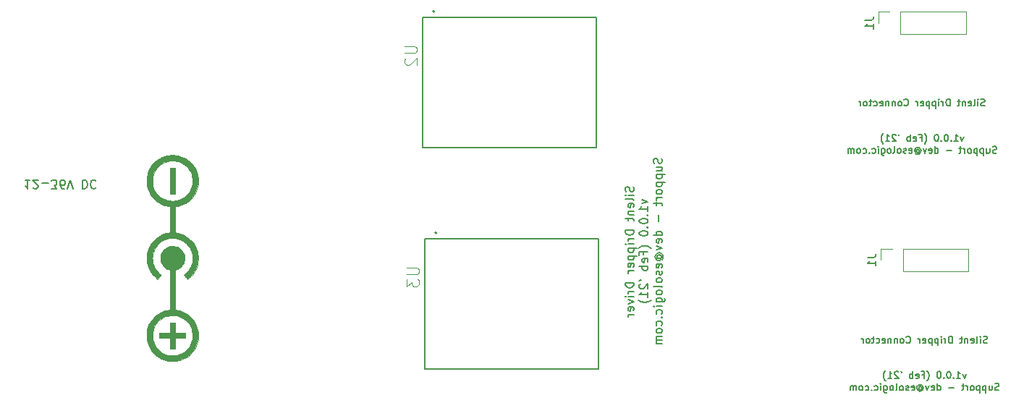
<source format=gbo>
%MOIN*%
%OFA0B0*%
%FSLAX46Y46*%
%IPPOS*%
%LPD*%
%ADD10C,0.0078740157480314977*%
%ADD11C,0.0047244094488188976*%
%ADD12C,0.005905511811023622*%
%ADD23C,0.005905511811023622*%
%ADD24C,0.0078740157480314977*%
%ADD25C,0.005*%
%ADD26C,0.00039370078740157485*%
%ADD27C,0.0005905511811023622*%
%ADD28C,0.0078740157480314977*%
%ADD29C,0.0047244094488188976*%
%ADD30C,0.005905511811023622*%
G01*
D10*
X0004472524Y0000485542D02*
X0004468025Y0000484043D01*
X0004460526Y0000484043D01*
X0004457526Y0000485542D01*
X0004456026Y0000487042D01*
X0004454527Y0000490042D01*
X0004454527Y0000493042D01*
X0004456026Y0000496041D01*
X0004457526Y0000497541D01*
X0004460526Y0000499041D01*
X0004466525Y0000500541D01*
X0004469525Y0000502040D01*
X0004471025Y0000503540D01*
X0004472524Y0000506540D01*
X0004472524Y0000509539D01*
X0004471025Y0000512539D01*
X0004469525Y0000514039D01*
X0004466525Y0000515539D01*
X0004459026Y0000515539D01*
X0004454527Y0000514039D01*
X0004441028Y0000484043D02*
X0004441028Y0000505040D01*
X0004441028Y0000515539D02*
X0004442528Y0000514039D01*
X0004441028Y0000512539D01*
X0004439529Y0000514039D01*
X0004441028Y0000515539D01*
X0004441028Y0000512539D01*
X0004421531Y0000484043D02*
X0004424530Y0000485542D01*
X0004426030Y0000488542D01*
X0004426030Y0000515539D01*
X0004397534Y0000485542D02*
X0004400533Y0000484043D01*
X0004406533Y0000484043D01*
X0004409532Y0000485542D01*
X0004411032Y0000488542D01*
X0004411032Y0000500541D01*
X0004409532Y0000503540D01*
X0004406533Y0000505040D01*
X0004400533Y0000505040D01*
X0004397534Y0000503540D01*
X0004396034Y0000500541D01*
X0004396034Y0000497541D01*
X0004411032Y0000494541D01*
X0004382536Y0000505040D02*
X0004382536Y0000484043D01*
X0004382536Y0000502040D02*
X0004381036Y0000503540D01*
X0004378036Y0000505040D01*
X0004373537Y0000505040D01*
X0004370537Y0000503540D01*
X0004369037Y0000500541D01*
X0004369037Y0000484043D01*
X0004358539Y0000505040D02*
X0004346540Y0000505040D01*
X0004354039Y0000515539D02*
X0004354039Y0000488542D01*
X0004352539Y0000485542D01*
X0004349540Y0000484043D01*
X0004346540Y0000484043D01*
X0004312044Y0000484043D02*
X0004312044Y0000515539D01*
X0004304545Y0000515539D01*
X0004300046Y0000514039D01*
X0004297046Y0000511039D01*
X0004295547Y0000508040D01*
X0004294047Y0000502040D01*
X0004294047Y0000497541D01*
X0004295547Y0000491542D01*
X0004297046Y0000488542D01*
X0004300046Y0000485542D01*
X0004304545Y0000484043D01*
X0004312044Y0000484043D01*
X0004280548Y0000484043D02*
X0004280548Y0000505040D01*
X0004280548Y0000499041D02*
X0004279049Y0000502040D01*
X0004277549Y0000503540D01*
X0004274549Y0000505040D01*
X0004271550Y0000505040D01*
X0004261051Y0000484043D02*
X0004261051Y0000505040D01*
X0004261051Y0000515539D02*
X0004262551Y0000514039D01*
X0004261051Y0000512539D01*
X0004259551Y0000514039D01*
X0004261051Y0000515539D01*
X0004261051Y0000512539D01*
X0004246053Y0000505040D02*
X0004246053Y0000473544D01*
X0004246053Y0000503540D02*
X0004243053Y0000505040D01*
X0004237054Y0000505040D01*
X0004234054Y0000503540D01*
X0004232554Y0000502040D01*
X0004231055Y0000499041D01*
X0004231055Y0000490042D01*
X0004232554Y0000487042D01*
X0004234054Y0000485542D01*
X0004237054Y0000484043D01*
X0004243053Y0000484043D01*
X0004246053Y0000485542D01*
X0004217556Y0000505040D02*
X0004217556Y0000473544D01*
X0004217556Y0000503540D02*
X0004214557Y0000505040D01*
X0004208557Y0000505040D01*
X0004205558Y0000503540D01*
X0004204058Y0000502040D01*
X0004202558Y0000499041D01*
X0004202558Y0000490042D01*
X0004204058Y0000487042D01*
X0004205558Y0000485542D01*
X0004208557Y0000484043D01*
X0004214557Y0000484043D01*
X0004217556Y0000485542D01*
X0004177061Y0000485542D02*
X0004180061Y0000484043D01*
X0004186060Y0000484043D01*
X0004189060Y0000485542D01*
X0004190560Y0000488542D01*
X0004190560Y0000500541D01*
X0004189060Y0000503540D01*
X0004186060Y0000505040D01*
X0004180061Y0000505040D01*
X0004177061Y0000503540D01*
X0004175562Y0000500541D01*
X0004175562Y0000497541D01*
X0004190560Y0000494541D01*
X0004162063Y0000484043D02*
X0004162063Y0000505040D01*
X0004162063Y0000499041D02*
X0004160563Y0000502040D01*
X0004159064Y0000503540D01*
X0004156064Y0000505040D01*
X0004153064Y0000505040D01*
X0004100571Y0000487042D02*
X0004102071Y0000485542D01*
X0004106570Y0000484043D01*
X0004109570Y0000484043D01*
X0004114069Y0000485542D01*
X0004117069Y0000488542D01*
X0004118569Y0000491542D01*
X0004120068Y0000497541D01*
X0004120068Y0000502040D01*
X0004118569Y0000508040D01*
X0004117069Y0000511039D01*
X0004114069Y0000514039D01*
X0004109570Y0000515539D01*
X0004106570Y0000515539D01*
X0004102071Y0000514039D01*
X0004100571Y0000512539D01*
X0004082573Y0000484043D02*
X0004085573Y0000485542D01*
X0004087073Y0000487042D01*
X0004088572Y0000490042D01*
X0004088572Y0000499041D01*
X0004087073Y0000502040D01*
X0004085573Y0000503540D01*
X0004082573Y0000505040D01*
X0004078074Y0000505040D01*
X0004075074Y0000503540D01*
X0004073574Y0000502040D01*
X0004072074Y0000499041D01*
X0004072074Y0000490042D01*
X0004073574Y0000487042D01*
X0004075074Y0000485542D01*
X0004078074Y0000484043D01*
X0004082573Y0000484043D01*
X0004058576Y0000505040D02*
X0004058576Y0000484043D01*
X0004058576Y0000502040D02*
X0004057076Y0000503540D01*
X0004054077Y0000505040D01*
X0004049577Y0000505040D01*
X0004046578Y0000503540D01*
X0004045078Y0000500541D01*
X0004045078Y0000484043D01*
X0004030080Y0000505040D02*
X0004030080Y0000484043D01*
X0004030080Y0000502040D02*
X0004028580Y0000503540D01*
X0004025580Y0000505040D01*
X0004021081Y0000505040D01*
X0004018081Y0000503540D01*
X0004016581Y0000500541D01*
X0004016581Y0000484043D01*
X0003989585Y0000485542D02*
X0003992584Y0000484043D01*
X0003998584Y0000484043D01*
X0004001583Y0000485542D01*
X0004003083Y0000488542D01*
X0004003083Y0000500541D01*
X0004001583Y0000503540D01*
X0003998584Y0000505040D01*
X0003992584Y0000505040D01*
X0003989585Y0000503540D01*
X0003988085Y0000500541D01*
X0003988085Y0000497541D01*
X0004003083Y0000494541D01*
X0003961088Y0000485542D02*
X0003964088Y0000484043D01*
X0003970087Y0000484043D01*
X0003973087Y0000485542D01*
X0003974587Y0000487042D01*
X0003976086Y0000490042D01*
X0003976086Y0000499041D01*
X0003974587Y0000502040D01*
X0003973087Y0000503540D01*
X0003970087Y0000505040D01*
X0003964088Y0000505040D01*
X0003961088Y0000503540D01*
X0003952089Y0000505040D02*
X0003940091Y0000505040D01*
X0003947590Y0000515539D02*
X0003947590Y0000488542D01*
X0003946090Y0000485542D01*
X0003943091Y0000484043D01*
X0003940091Y0000484043D01*
X0003925093Y0000484043D02*
X0003928092Y0000485542D01*
X0003929592Y0000487042D01*
X0003931092Y0000490042D01*
X0003931092Y0000499041D01*
X0003929592Y0000502040D01*
X0003928092Y0000503540D01*
X0003925093Y0000505040D01*
X0003920593Y0000505040D01*
X0003917594Y0000503540D01*
X0003916094Y0000502040D01*
X0003914594Y0000499041D01*
X0003914594Y0000490042D01*
X0003916094Y0000487042D01*
X0003917594Y0000485542D01*
X0003920593Y0000484043D01*
X0003925093Y0000484043D01*
X0003901096Y0000484043D02*
X0003901096Y0000505040D01*
X0003901096Y0000499041D02*
X0003899596Y0000502040D01*
X0003898096Y0000503540D01*
X0003895097Y0000505040D01*
X0003892097Y0000505040D01*
X0004375037Y0000342599D02*
X0004367538Y0000321602D01*
X0004360038Y0000342599D01*
X0004331542Y0000321602D02*
X0004349540Y0000321602D01*
X0004340541Y0000321602D02*
X0004340541Y0000353098D01*
X0004343541Y0000348598D01*
X0004346540Y0000345599D01*
X0004349540Y0000344099D01*
X0004318044Y0000324601D02*
X0004316544Y0000323101D01*
X0004318044Y0000321602D01*
X0004319544Y0000323101D01*
X0004318044Y0000324601D01*
X0004318044Y0000321602D01*
X0004297046Y0000353098D02*
X0004294047Y0000353098D01*
X0004291047Y0000351598D01*
X0004289547Y0000350098D01*
X0004288047Y0000347099D01*
X0004286548Y0000341099D01*
X0004286548Y0000333600D01*
X0004288047Y0000327601D01*
X0004289547Y0000324601D01*
X0004291047Y0000323101D01*
X0004294047Y0000321602D01*
X0004297046Y0000321602D01*
X0004300046Y0000323101D01*
X0004301546Y0000324601D01*
X0004303046Y0000327601D01*
X0004304545Y0000333600D01*
X0004304545Y0000341099D01*
X0004303046Y0000347099D01*
X0004301546Y0000350098D01*
X0004300046Y0000351598D01*
X0004297046Y0000353098D01*
X0004273049Y0000324601D02*
X0004271550Y0000323101D01*
X0004273049Y0000321602D01*
X0004274549Y0000323101D01*
X0004273049Y0000324601D01*
X0004273049Y0000321602D01*
X0004252052Y0000353098D02*
X0004249052Y0000353098D01*
X0004246053Y0000351598D01*
X0004244553Y0000350098D01*
X0004243053Y0000347099D01*
X0004241553Y0000341099D01*
X0004241553Y0000333600D01*
X0004243053Y0000327601D01*
X0004244553Y0000324601D01*
X0004246053Y0000323101D01*
X0004249052Y0000321602D01*
X0004252052Y0000321602D01*
X0004255052Y0000323101D01*
X0004256551Y0000324601D01*
X0004258051Y0000327601D01*
X0004259551Y0000333600D01*
X0004259551Y0000341099D01*
X0004258051Y0000347099D01*
X0004256551Y0000350098D01*
X0004255052Y0000351598D01*
X0004252052Y0000353098D01*
X0004195059Y0000309603D02*
X0004196559Y0000311103D01*
X0004199559Y0000315602D01*
X0004201058Y0000318602D01*
X0004202558Y0000323101D01*
X0004204058Y0000330601D01*
X0004204058Y0000336600D01*
X0004202558Y0000344099D01*
X0004201058Y0000348598D01*
X0004199559Y0000351598D01*
X0004196559Y0000356097D01*
X0004195059Y0000357597D01*
X0004172562Y0000338100D02*
X0004183061Y0000338100D01*
X0004183061Y0000321602D02*
X0004183061Y0000353098D01*
X0004168062Y0000353098D01*
X0004144065Y0000323101D02*
X0004147065Y0000321602D01*
X0004153064Y0000321602D01*
X0004156064Y0000323101D01*
X0004157564Y0000326101D01*
X0004157564Y0000338100D01*
X0004156064Y0000341099D01*
X0004153064Y0000342599D01*
X0004147065Y0000342599D01*
X0004144065Y0000341099D01*
X0004142566Y0000338100D01*
X0004142566Y0000335100D01*
X0004157564Y0000332100D01*
X0004129067Y0000321602D02*
X0004129067Y0000353098D01*
X0004129067Y0000341099D02*
X0004126068Y0000342599D01*
X0004120068Y0000342599D01*
X0004117069Y0000341099D01*
X0004115569Y0000339599D01*
X0004114069Y0000336600D01*
X0004114069Y0000327601D01*
X0004115569Y0000324601D01*
X0004117069Y0000323101D01*
X0004120068Y0000321602D01*
X0004126068Y0000321602D01*
X0004129067Y0000323101D01*
X0004075074Y0000353098D02*
X0004078074Y0000347099D01*
X0004063076Y0000350098D02*
X0004061576Y0000351598D01*
X0004058576Y0000353098D01*
X0004051077Y0000353098D01*
X0004048077Y0000351598D01*
X0004046578Y0000350098D01*
X0004045078Y0000347099D01*
X0004045078Y0000344099D01*
X0004046578Y0000339599D01*
X0004064575Y0000321602D01*
X0004045078Y0000321602D01*
X0004015082Y0000321602D02*
X0004033079Y0000321602D01*
X0004024080Y0000321602D02*
X0004024080Y0000353098D01*
X0004027080Y0000348598D01*
X0004030080Y0000345599D01*
X0004033079Y0000344099D01*
X0004004583Y0000309603D02*
X0004003083Y0000311103D01*
X0004000083Y0000315602D01*
X0003998584Y0000318602D01*
X0003997084Y0000323101D01*
X0003995584Y0000330601D01*
X0003995584Y0000336600D01*
X0003997084Y0000344099D01*
X0003998584Y0000348598D01*
X0004000083Y0000351598D01*
X0004003083Y0000356097D01*
X0004004583Y0000357597D01*
X0004526518Y0000267983D02*
X0004522018Y0000266484D01*
X0004514519Y0000266484D01*
X0004511520Y0000267983D01*
X0004510020Y0000269483D01*
X0004508520Y0000272483D01*
X0004508520Y0000275482D01*
X0004510020Y0000278482D01*
X0004511520Y0000279982D01*
X0004514519Y0000281482D01*
X0004520518Y0000282981D01*
X0004523518Y0000284481D01*
X0004525018Y0000285981D01*
X0004526518Y0000288981D01*
X0004526518Y0000291980D01*
X0004525018Y0000294980D01*
X0004523518Y0000296480D01*
X0004520518Y0000297980D01*
X0004513019Y0000297980D01*
X0004508520Y0000296480D01*
X0004481523Y0000287481D02*
X0004481523Y0000266484D01*
X0004495022Y0000287481D02*
X0004495022Y0000270983D01*
X0004493522Y0000267983D01*
X0004490522Y0000266484D01*
X0004486023Y0000266484D01*
X0004483023Y0000267983D01*
X0004481523Y0000269483D01*
X0004466525Y0000287481D02*
X0004466525Y0000255985D01*
X0004466525Y0000285981D02*
X0004463526Y0000287481D01*
X0004457526Y0000287481D01*
X0004454527Y0000285981D01*
X0004453027Y0000284481D01*
X0004451527Y0000281482D01*
X0004451527Y0000272483D01*
X0004453027Y0000269483D01*
X0004454527Y0000267983D01*
X0004457526Y0000266484D01*
X0004463526Y0000266484D01*
X0004466525Y0000267983D01*
X0004438029Y0000287481D02*
X0004438029Y0000255985D01*
X0004438029Y0000285981D02*
X0004435029Y0000287481D01*
X0004429030Y0000287481D01*
X0004426030Y0000285981D01*
X0004424530Y0000284481D01*
X0004423031Y0000281482D01*
X0004423031Y0000272483D01*
X0004424530Y0000269483D01*
X0004426030Y0000267983D01*
X0004429030Y0000266484D01*
X0004435029Y0000266484D01*
X0004438029Y0000267983D01*
X0004405033Y0000266484D02*
X0004408032Y0000267983D01*
X0004409532Y0000269483D01*
X0004411032Y0000272483D01*
X0004411032Y0000281482D01*
X0004409532Y0000284481D01*
X0004408032Y0000285981D01*
X0004405033Y0000287481D01*
X0004400533Y0000287481D01*
X0004397534Y0000285981D01*
X0004396034Y0000284481D01*
X0004394534Y0000281482D01*
X0004394534Y0000272483D01*
X0004396034Y0000269483D01*
X0004397534Y0000267983D01*
X0004400533Y0000266484D01*
X0004405033Y0000266484D01*
X0004381036Y0000266484D02*
X0004381036Y0000287481D01*
X0004381036Y0000281482D02*
X0004379536Y0000284481D01*
X0004378036Y0000285981D01*
X0004375037Y0000287481D01*
X0004372037Y0000287481D01*
X0004366038Y0000287481D02*
X0004354039Y0000287481D01*
X0004361538Y0000297980D02*
X0004361538Y0000270983D01*
X0004360038Y0000267983D01*
X0004357039Y0000266484D01*
X0004354039Y0000266484D01*
X0004319544Y0000278482D02*
X0004295547Y0000278482D01*
X0004243053Y0000266484D02*
X0004243053Y0000297980D01*
X0004243053Y0000267983D02*
X0004246053Y0000266484D01*
X0004252052Y0000266484D01*
X0004255052Y0000267983D01*
X0004256551Y0000269483D01*
X0004258051Y0000272483D01*
X0004258051Y0000281482D01*
X0004256551Y0000284481D01*
X0004255052Y0000285981D01*
X0004252052Y0000287481D01*
X0004246053Y0000287481D01*
X0004243053Y0000285981D01*
X0004216056Y0000267983D02*
X0004219056Y0000266484D01*
X0004225055Y0000266484D01*
X0004228055Y0000267983D01*
X0004229555Y0000270983D01*
X0004229555Y0000282981D01*
X0004228055Y0000285981D01*
X0004225055Y0000287481D01*
X0004219056Y0000287481D01*
X0004216056Y0000285981D01*
X0004214557Y0000282981D01*
X0004214557Y0000279982D01*
X0004229555Y0000276982D01*
X0004204058Y0000287481D02*
X0004196559Y0000266484D01*
X0004189060Y0000287481D01*
X0004157564Y0000281482D02*
X0004159064Y0000282981D01*
X0004162063Y0000284481D01*
X0004165063Y0000284481D01*
X0004168062Y0000282981D01*
X0004169562Y0000281482D01*
X0004171062Y0000278482D01*
X0004171062Y0000275482D01*
X0004169562Y0000272483D01*
X0004168062Y0000270983D01*
X0004165063Y0000269483D01*
X0004162063Y0000269483D01*
X0004159064Y0000270983D01*
X0004157564Y0000272483D01*
X0004157564Y0000284481D02*
X0004157564Y0000272483D01*
X0004156064Y0000270983D01*
X0004154564Y0000270983D01*
X0004151565Y0000272483D01*
X0004150065Y0000275482D01*
X0004150065Y0000282981D01*
X0004153064Y0000287481D01*
X0004157564Y0000290481D01*
X0004163563Y0000291980D01*
X0004169562Y0000290481D01*
X0004174062Y0000287481D01*
X0004177061Y0000282981D01*
X0004178561Y0000276982D01*
X0004177061Y0000270983D01*
X0004174062Y0000266484D01*
X0004169562Y0000263484D01*
X0004163563Y0000261984D01*
X0004157564Y0000263484D01*
X0004153064Y0000266484D01*
X0004124568Y0000267983D02*
X0004127568Y0000266484D01*
X0004133567Y0000266484D01*
X0004136566Y0000267983D01*
X0004138066Y0000270983D01*
X0004138066Y0000282981D01*
X0004136566Y0000285981D01*
X0004133567Y0000287481D01*
X0004127568Y0000287481D01*
X0004124568Y0000285981D01*
X0004123068Y0000282981D01*
X0004123068Y0000279982D01*
X0004138066Y0000276982D01*
X0004111070Y0000267983D02*
X0004108070Y0000266484D01*
X0004102071Y0000266484D01*
X0004099071Y0000267983D01*
X0004097571Y0000270983D01*
X0004097571Y0000272483D01*
X0004099071Y0000275482D01*
X0004102071Y0000276982D01*
X0004106570Y0000276982D01*
X0004109570Y0000278482D01*
X0004111070Y0000281482D01*
X0004111070Y0000282981D01*
X0004109570Y0000285981D01*
X0004106570Y0000287481D01*
X0004102071Y0000287481D01*
X0004099071Y0000285981D01*
X0004079574Y0000266484D02*
X0004082573Y0000267983D01*
X0004084073Y0000269483D01*
X0004085573Y0000272483D01*
X0004085573Y0000281482D01*
X0004084073Y0000284481D01*
X0004082573Y0000285981D01*
X0004079574Y0000287481D01*
X0004075074Y0000287481D01*
X0004072074Y0000285981D01*
X0004070575Y0000284481D01*
X0004069075Y0000281482D01*
X0004069075Y0000272483D01*
X0004070575Y0000269483D01*
X0004072074Y0000267983D01*
X0004075074Y0000266484D01*
X0004079574Y0000266484D01*
X0004051077Y0000266484D02*
X0004054077Y0000267983D01*
X0004055577Y0000270983D01*
X0004055577Y0000297980D01*
X0004034579Y0000266484D02*
X0004037579Y0000267983D01*
X0004039079Y0000269483D01*
X0004040578Y0000272483D01*
X0004040578Y0000281482D01*
X0004039079Y0000284481D01*
X0004037579Y0000285981D01*
X0004034579Y0000287481D01*
X0004030080Y0000287481D01*
X0004027080Y0000285981D01*
X0004025580Y0000284481D01*
X0004024080Y0000281482D01*
X0004024080Y0000272483D01*
X0004025580Y0000269483D01*
X0004027080Y0000267983D01*
X0004030080Y0000266484D01*
X0004034579Y0000266484D01*
X0003997084Y0000287481D02*
X0003997084Y0000261984D01*
X0003998584Y0000258985D01*
X0004000083Y0000257485D01*
X0004003083Y0000255985D01*
X0004007583Y0000255985D01*
X0004010582Y0000257485D01*
X0003997084Y0000267983D02*
X0004000083Y0000266484D01*
X0004006083Y0000266484D01*
X0004009082Y0000267983D01*
X0004010582Y0000269483D01*
X0004012082Y0000272483D01*
X0004012082Y0000281482D01*
X0004010582Y0000284481D01*
X0004009082Y0000285981D01*
X0004006083Y0000287481D01*
X0004000083Y0000287481D01*
X0003997084Y0000285981D01*
X0003982086Y0000266484D02*
X0003982086Y0000287481D01*
X0003982086Y0000297980D02*
X0003983586Y0000296480D01*
X0003982086Y0000294980D01*
X0003980586Y0000296480D01*
X0003982086Y0000297980D01*
X0003982086Y0000294980D01*
X0003953589Y0000267983D02*
X0003956589Y0000266484D01*
X0003962588Y0000266484D01*
X0003965588Y0000267983D01*
X0003967088Y0000269483D01*
X0003968587Y0000272483D01*
X0003968587Y0000281482D01*
X0003967088Y0000284481D01*
X0003965588Y0000285981D01*
X0003962588Y0000287481D01*
X0003956589Y0000287481D01*
X0003953589Y0000285981D01*
X0003940091Y0000269483D02*
X0003938591Y0000267983D01*
X0003940091Y0000266484D01*
X0003941591Y0000267983D01*
X0003940091Y0000269483D01*
X0003940091Y0000266484D01*
X0003911595Y0000267983D02*
X0003914594Y0000266484D01*
X0003920593Y0000266484D01*
X0003923593Y0000267983D01*
X0003925093Y0000269483D01*
X0003926593Y0000272483D01*
X0003926593Y0000281482D01*
X0003925093Y0000284481D01*
X0003923593Y0000285981D01*
X0003920593Y0000287481D01*
X0003914594Y0000287481D01*
X0003911595Y0000285981D01*
X0003893597Y0000266484D02*
X0003896596Y0000267983D01*
X0003898096Y0000269483D01*
X0003899596Y0000272483D01*
X0003899596Y0000281482D01*
X0003898096Y0000284481D01*
X0003896596Y0000285981D01*
X0003893597Y0000287481D01*
X0003889097Y0000287481D01*
X0003886098Y0000285981D01*
X0003884598Y0000284481D01*
X0003883098Y0000281482D01*
X0003883098Y0000272483D01*
X0003884598Y0000269483D01*
X0003886098Y0000267983D01*
X0003889097Y0000266484D01*
X0003893597Y0000266484D01*
X0003869600Y0000266484D02*
X0003869600Y0000287481D01*
X0003869600Y0000284481D02*
X0003868100Y0000285981D01*
X0003865100Y0000287481D01*
X0003860601Y0000287481D01*
X0003857601Y0000285981D01*
X0003856101Y0000282981D01*
X0003856101Y0000266484D01*
X0003856101Y0000282981D02*
X0003854602Y0000285981D01*
X0003851602Y0000287481D01*
X0003847103Y0000287481D01*
X0003844103Y0000285981D01*
X0003842603Y0000282981D01*
X0003842603Y0000266484D01*
D11*
X0004386566Y0000918653D02*
X0004386566Y0000813929D01*
X0004084204Y0000918653D02*
X0004386566Y0000918653D01*
X0004084204Y0000813929D02*
X0004386566Y0000813929D01*
X0004084204Y0000918653D02*
X0004084204Y0000813929D01*
X0004034204Y0000918653D02*
X0003981842Y0000918653D01*
X0003981842Y0000918653D02*
X0003981842Y0000866291D01*
D12*
X0003920912Y0000879414D02*
X0003949034Y0000879414D01*
X0003954658Y0000881289D01*
X0003958407Y0000885039D01*
X0003960282Y0000890663D01*
X0003960282Y0000894412D01*
X0003960282Y0000840044D02*
X0003960282Y0000862541D01*
X0003960282Y0000851293D02*
X0003920912Y0000851293D01*
X0003926536Y0000855042D01*
X0003930286Y0000858792D01*
X0003932161Y0000862541D01*
G04 next file*
G04 #@! TF.GenerationSoftware,KiCad,Pcbnew,5.1.9-73d0e3b20d~88~ubuntu18.04.1*
G04 #@! TF.CreationDate,2021-02-15T13:27:50-05:00*
G04 #@! TF.ProjectId,driver,64726976-6572-42e6-9b69-6361645f7063,v1.0.0*
G04 #@! TF.SameCoordinates,Original*
G04 #@! TF.FileFunction,Legend,Bot*
G04 #@! TF.FilePolarity,Positive*
G04 Gerber Fmt 4.6, Leading zero omitted, Abs format (unit mm)*
G04 Created by KiCad (PCBNEW 5.1.9-73d0e3b20d~88~ubuntu18.04.1) date 2021-02-15 13:27:50*
G01*
G04 APERTURE LIST*
G04 APERTURE END LIST*
D23*
X0002842974Y0001204406D02*
X0002844849Y0001198782D01*
X0002844849Y0001189408D01*
X0002842974Y0001185659D01*
X0002841100Y0001183784D01*
X0002837350Y0001181909D01*
X0002833600Y0001181909D01*
X0002829851Y0001183784D01*
X0002827976Y0001185659D01*
X0002826101Y0001189408D01*
X0002824227Y0001196907D01*
X0002822352Y0001200657D01*
X0002820477Y0001202532D01*
X0002816728Y0001204406D01*
X0002812978Y0001204406D01*
X0002809229Y0001202532D01*
X0002807354Y0001200657D01*
X0002805479Y0001196907D01*
X0002805479Y0001187534D01*
X0002807354Y0001181909D01*
X0002844849Y0001165036D02*
X0002818602Y0001165036D01*
X0002805479Y0001165036D02*
X0002807354Y0001166911D01*
X0002809229Y0001165036D01*
X0002807354Y0001163162D01*
X0002805479Y0001165036D01*
X0002809229Y0001165036D01*
X0002844849Y0001140664D02*
X0002842974Y0001144414D01*
X0002839225Y0001146289D01*
X0002805479Y0001146289D01*
X0002842974Y0001110668D02*
X0002844849Y0001114418D01*
X0002844849Y0001121917D01*
X0002842974Y0001125666D01*
X0002839225Y0001127541D01*
X0002824227Y0001127541D01*
X0002820477Y0001125666D01*
X0002818602Y0001121917D01*
X0002818602Y0001114418D01*
X0002820477Y0001110668D01*
X0002824227Y0001108793D01*
X0002827976Y0001108793D01*
X0002831726Y0001127541D01*
X0002818602Y0001091920D02*
X0002844849Y0001091920D01*
X0002822352Y0001091920D02*
X0002820477Y0001090046D01*
X0002818602Y0001086296D01*
X0002818602Y0001080672D01*
X0002820477Y0001076922D01*
X0002824227Y0001075048D01*
X0002844849Y0001075048D01*
X0002818602Y0001061924D02*
X0002818602Y0001046926D01*
X0002805479Y0001056300D02*
X0002839225Y0001056300D01*
X0002842974Y0001054425D01*
X0002844849Y0001050676D01*
X0002844849Y0001046926D01*
X0002844849Y0001003806D02*
X0002805479Y0001003806D01*
X0002805479Y0000994433D01*
X0002807354Y0000988808D01*
X0002811103Y0000985059D01*
X0002814853Y0000983184D01*
X0002822352Y0000981309D01*
X0002827976Y0000981309D01*
X0002835475Y0000983184D01*
X0002839225Y0000985059D01*
X0002842974Y0000988808D01*
X0002844849Y0000994433D01*
X0002844849Y0001003806D01*
X0002844849Y0000964436D02*
X0002818602Y0000964436D01*
X0002826101Y0000964436D02*
X0002822352Y0000962562D01*
X0002820477Y0000960687D01*
X0002818602Y0000956937D01*
X0002818602Y0000953188D01*
X0002844849Y0000940064D02*
X0002818602Y0000940064D01*
X0002805479Y0000940064D02*
X0002807354Y0000941939D01*
X0002809229Y0000940064D01*
X0002807354Y0000938190D01*
X0002805479Y0000940064D01*
X0002809229Y0000940064D01*
X0002818602Y0000921317D02*
X0002857972Y0000921317D01*
X0002820477Y0000921317D02*
X0002818602Y0000917567D01*
X0002818602Y0000910068D01*
X0002820477Y0000906319D01*
X0002822352Y0000904444D01*
X0002826101Y0000902569D01*
X0002837350Y0000902569D01*
X0002841100Y0000904444D01*
X0002842974Y0000906319D01*
X0002844849Y0000910068D01*
X0002844849Y0000917567D01*
X0002842974Y0000921317D01*
X0002818602Y0000885696D02*
X0002857972Y0000885696D01*
X0002820477Y0000885696D02*
X0002818602Y0000881947D01*
X0002818602Y0000874448D01*
X0002820477Y0000870698D01*
X0002822352Y0000868823D01*
X0002826101Y0000866949D01*
X0002837350Y0000866949D01*
X0002841100Y0000868823D01*
X0002842974Y0000870698D01*
X0002844849Y0000874448D01*
X0002844849Y0000881947D01*
X0002842974Y0000885696D01*
X0002842974Y0000835078D02*
X0002844849Y0000838827D01*
X0002844849Y0000846326D01*
X0002842974Y0000850076D01*
X0002839225Y0000851950D01*
X0002824227Y0000851950D01*
X0002820477Y0000850076D01*
X0002818602Y0000846326D01*
X0002818602Y0000838827D01*
X0002820477Y0000835078D01*
X0002824227Y0000833203D01*
X0002827976Y0000833203D01*
X0002831726Y0000851950D01*
X0002844849Y0000816330D02*
X0002818602Y0000816330D01*
X0002826101Y0000816330D02*
X0002822352Y0000814455D01*
X0002820477Y0000812580D01*
X0002818602Y0000808831D01*
X0002818602Y0000805081D01*
X0002844849Y0000761962D02*
X0002805479Y0000761962D01*
X0002805479Y0000752588D01*
X0002807354Y0000746964D01*
X0002811103Y0000743214D01*
X0002814853Y0000741339D01*
X0002822352Y0000739465D01*
X0002827976Y0000739465D01*
X0002835475Y0000741339D01*
X0002839225Y0000743214D01*
X0002842974Y0000746964D01*
X0002844849Y0000752588D01*
X0002844849Y0000761962D01*
X0002844849Y0000722592D02*
X0002818602Y0000722592D01*
X0002826101Y0000722592D02*
X0002822352Y0000720717D01*
X0002820477Y0000718842D01*
X0002818602Y0000715093D01*
X0002818602Y0000711343D01*
X0002844849Y0000698220D02*
X0002818602Y0000698220D01*
X0002805479Y0000698220D02*
X0002807354Y0000700094D01*
X0002809229Y0000698220D01*
X0002807354Y0000696345D01*
X0002805479Y0000698220D01*
X0002809229Y0000698220D01*
X0002818602Y0000683222D02*
X0002844849Y0000673848D01*
X0002818602Y0000664474D01*
X0002842974Y0000634478D02*
X0002844849Y0000638227D01*
X0002844849Y0000645726D01*
X0002842974Y0000649476D01*
X0002839225Y0000651351D01*
X0002824227Y0000651351D01*
X0002820477Y0000649476D01*
X0002818602Y0000645726D01*
X0002818602Y0000638227D01*
X0002820477Y0000634478D01*
X0002824227Y0000632603D01*
X0002827976Y0000632603D01*
X0002831726Y0000651351D01*
X0002844849Y0000615730D02*
X0002818602Y0000615730D01*
X0002826101Y0000615730D02*
X0002822352Y0000613855D01*
X0002820477Y0000611980D01*
X0002818602Y0000608231D01*
X0002818602Y0000604481D01*
X0002883563Y0001145351D02*
X0002909810Y0001135977D01*
X0002883563Y0001126604D01*
X0002909810Y0001090983D02*
X0002909810Y0001113480D01*
X0002909810Y0001102232D02*
X0002870440Y0001102232D01*
X0002876064Y0001105981D01*
X0002879813Y0001109731D01*
X0002881688Y0001113480D01*
X0002906060Y0001074110D02*
X0002907935Y0001072235D01*
X0002909810Y0001074110D01*
X0002907935Y0001075985D01*
X0002906060Y0001074110D01*
X0002909810Y0001074110D01*
X0002870440Y0001047863D02*
X0002870440Y0001044114D01*
X0002872314Y0001040364D01*
X0002874189Y0001038490D01*
X0002877939Y0001036615D01*
X0002885438Y0001034740D01*
X0002894812Y0001034740D01*
X0002902311Y0001036615D01*
X0002906060Y0001038490D01*
X0002907935Y0001040364D01*
X0002909810Y0001044114D01*
X0002909810Y0001047863D01*
X0002907935Y0001051613D01*
X0002906060Y0001053488D01*
X0002902311Y0001055363D01*
X0002894812Y0001057237D01*
X0002885438Y0001057237D01*
X0002877939Y0001055363D01*
X0002874189Y0001053488D01*
X0002872314Y0001051613D01*
X0002870440Y0001047863D01*
X0002906060Y0001017867D02*
X0002907935Y0001015992D01*
X0002909810Y0001017867D01*
X0002907935Y0001019742D01*
X0002906060Y0001017867D01*
X0002909810Y0001017867D01*
X0002870440Y0000991620D02*
X0002870440Y0000987871D01*
X0002872314Y0000984121D01*
X0002874189Y0000982247D01*
X0002877939Y0000980372D01*
X0002885438Y0000978497D01*
X0002894812Y0000978497D01*
X0002902311Y0000980372D01*
X0002906060Y0000982247D01*
X0002907935Y0000984121D01*
X0002909810Y0000987871D01*
X0002909810Y0000991620D01*
X0002907935Y0000995370D01*
X0002906060Y0000997245D01*
X0002902311Y0000999120D01*
X0002894812Y0001000994D01*
X0002885438Y0001000994D01*
X0002877939Y0000999120D01*
X0002874189Y0000997245D01*
X0002872314Y0000995370D01*
X0002870440Y0000991620D01*
X0002924808Y0000920379D02*
X0002922933Y0000922254D01*
X0002917309Y0000926004D01*
X0002913559Y0000927878D01*
X0002907935Y0000929753D01*
X0002898561Y0000931628D01*
X0002891062Y0000931628D01*
X0002881688Y0000929753D01*
X0002876064Y0000927878D01*
X0002872314Y0000926004D01*
X0002866690Y0000922254D01*
X0002864815Y0000920379D01*
X0002889187Y0000892258D02*
X0002889187Y0000905381D01*
X0002909810Y0000905381D02*
X0002870440Y0000905381D01*
X0002870440Y0000886634D01*
X0002907935Y0000856637D02*
X0002909810Y0000860387D01*
X0002909810Y0000867886D01*
X0002907935Y0000871635D01*
X0002904185Y0000873510D01*
X0002889187Y0000873510D01*
X0002885438Y0000871635D01*
X0002883563Y0000867886D01*
X0002883563Y0000860387D01*
X0002885438Y0000856637D01*
X0002889187Y0000854763D01*
X0002892937Y0000854763D01*
X0002896686Y0000873510D01*
X0002909810Y0000837890D02*
X0002870440Y0000837890D01*
X0002885438Y0000837890D02*
X0002883563Y0000834140D01*
X0002883563Y0000826641D01*
X0002885438Y0000822892D01*
X0002887313Y0000821017D01*
X0002891062Y0000819142D01*
X0002902311Y0000819142D01*
X0002906060Y0000821017D01*
X0002907935Y0000822892D01*
X0002909810Y0000826641D01*
X0002909810Y0000834140D01*
X0002907935Y0000837890D01*
X0002870440Y0000770398D02*
X0002877939Y0000774148D01*
X0002874189Y0000755400D02*
X0002872314Y0000753525D01*
X0002870440Y0000749776D01*
X0002870440Y0000740402D01*
X0002872314Y0000736652D01*
X0002874189Y0000734778D01*
X0002877939Y0000732903D01*
X0002881688Y0000732903D01*
X0002887313Y0000734778D01*
X0002909810Y0000757275D01*
X0002909810Y0000732903D01*
X0002909810Y0000695408D02*
X0002909810Y0000717905D01*
X0002909810Y0000706656D02*
X0002870440Y0000706656D01*
X0002876064Y0000710406D01*
X0002879813Y0000714155D01*
X0002881688Y0000717905D01*
X0002924808Y0000682284D02*
X0002922933Y0000680409D01*
X0002917309Y0000676660D01*
X0002913559Y0000674785D01*
X0002907935Y0000672910D01*
X0002898561Y0000671036D01*
X0002891062Y0000671036D01*
X0002881688Y0000672910D01*
X0002876064Y0000674785D01*
X0002872314Y0000676660D01*
X0002866690Y0000680409D01*
X0002864815Y0000682284D01*
X0002972896Y0001334703D02*
X0002974770Y0001329078D01*
X0002974770Y0001319704D01*
X0002972896Y0001315955D01*
X0002971021Y0001314080D01*
X0002967271Y0001312205D01*
X0002963522Y0001312205D01*
X0002959772Y0001314080D01*
X0002957897Y0001315955D01*
X0002956023Y0001319704D01*
X0002954148Y0001327204D01*
X0002952273Y0001330953D01*
X0002950398Y0001332828D01*
X0002946649Y0001334703D01*
X0002942899Y0001334703D01*
X0002939150Y0001332828D01*
X0002937275Y0001330953D01*
X0002935400Y0001327204D01*
X0002935400Y0001317830D01*
X0002937275Y0001312205D01*
X0002948524Y0001278460D02*
X0002974770Y0001278460D01*
X0002948524Y0001295333D02*
X0002969146Y0001295333D01*
X0002972896Y0001293458D01*
X0002974770Y0001289708D01*
X0002974770Y0001284084D01*
X0002972896Y0001280334D01*
X0002971021Y0001278460D01*
X0002948524Y0001259712D02*
X0002987894Y0001259712D01*
X0002950398Y0001259712D02*
X0002948524Y0001255962D01*
X0002948524Y0001248463D01*
X0002950398Y0001244714D01*
X0002952273Y0001242839D01*
X0002956023Y0001240964D01*
X0002967271Y0001240964D01*
X0002971021Y0001242839D01*
X0002972896Y0001244714D01*
X0002974770Y0001248463D01*
X0002974770Y0001255962D01*
X0002972896Y0001259712D01*
X0002948524Y0001224091D02*
X0002987894Y0001224091D01*
X0002950398Y0001224091D02*
X0002948524Y0001220342D01*
X0002948524Y0001212843D01*
X0002950398Y0001209093D01*
X0002952273Y0001207219D01*
X0002956023Y0001205344D01*
X0002967271Y0001205344D01*
X0002971021Y0001207219D01*
X0002972896Y0001209093D01*
X0002974770Y0001212843D01*
X0002974770Y0001220342D01*
X0002972896Y0001224091D01*
X0002974770Y0001182847D02*
X0002972896Y0001186596D01*
X0002971021Y0001188471D01*
X0002967271Y0001190346D01*
X0002956023Y0001190346D01*
X0002952273Y0001188471D01*
X0002950398Y0001186596D01*
X0002948524Y0001182847D01*
X0002948524Y0001177222D01*
X0002950398Y0001173473D01*
X0002952273Y0001171598D01*
X0002956023Y0001169723D01*
X0002967271Y0001169723D01*
X0002971021Y0001171598D01*
X0002972896Y0001173473D01*
X0002974770Y0001177222D01*
X0002974770Y0001182847D01*
X0002974770Y0001152850D02*
X0002948524Y0001152850D01*
X0002956023Y0001152850D02*
X0002952273Y0001150976D01*
X0002950398Y0001149101D01*
X0002948524Y0001145351D01*
X0002948524Y0001141602D01*
X0002948524Y0001134103D02*
X0002948524Y0001119105D01*
X0002935400Y0001128478D02*
X0002969146Y0001128478D01*
X0002972896Y0001126604D01*
X0002974770Y0001122854D01*
X0002974770Y0001119105D01*
X0002959772Y0001075985D02*
X0002959772Y0001045989D01*
X0002974770Y0000980372D02*
X0002935400Y0000980372D01*
X0002972896Y0000980372D02*
X0002974770Y0000984121D01*
X0002974770Y0000991620D01*
X0002972896Y0000995370D01*
X0002971021Y0000997245D01*
X0002967271Y0000999120D01*
X0002956023Y0000999120D01*
X0002952273Y0000997245D01*
X0002950398Y0000995370D01*
X0002948524Y0000991620D01*
X0002948524Y0000984121D01*
X0002950398Y0000980372D01*
X0002972896Y0000946626D02*
X0002974770Y0000950376D01*
X0002974770Y0000957875D01*
X0002972896Y0000961624D01*
X0002969146Y0000963499D01*
X0002954148Y0000963499D01*
X0002950398Y0000961624D01*
X0002948524Y0000957875D01*
X0002948524Y0000950376D01*
X0002950398Y0000946626D01*
X0002954148Y0000944751D01*
X0002957897Y0000944751D01*
X0002961647Y0000963499D01*
X0002948524Y0000931628D02*
X0002974770Y0000922254D01*
X0002948524Y0000912880D01*
X0002956023Y0000873510D02*
X0002954148Y0000875385D01*
X0002952273Y0000879135D01*
X0002952273Y0000882884D01*
X0002954148Y0000886634D01*
X0002956023Y0000888508D01*
X0002959772Y0000890383D01*
X0002963522Y0000890383D01*
X0002967271Y0000888508D01*
X0002969146Y0000886634D01*
X0002971021Y0000882884D01*
X0002971021Y0000879135D01*
X0002969146Y0000875385D01*
X0002967271Y0000873510D01*
X0002952273Y0000873510D02*
X0002967271Y0000873510D01*
X0002969146Y0000871635D01*
X0002969146Y0000869761D01*
X0002967271Y0000866011D01*
X0002963522Y0000864136D01*
X0002954148Y0000864136D01*
X0002948524Y0000867886D01*
X0002944774Y0000873510D01*
X0002942899Y0000881009D01*
X0002944774Y0000888508D01*
X0002948524Y0000894133D01*
X0002954148Y0000897882D01*
X0002961647Y0000899757D01*
X0002969146Y0000897882D01*
X0002974770Y0000894133D01*
X0002978520Y0000888508D01*
X0002980395Y0000881009D01*
X0002978520Y0000873510D01*
X0002974770Y0000867886D01*
X0002972896Y0000832265D02*
X0002974770Y0000836015D01*
X0002974770Y0000843514D01*
X0002972896Y0000847264D01*
X0002969146Y0000849138D01*
X0002954148Y0000849138D01*
X0002950398Y0000847264D01*
X0002948524Y0000843514D01*
X0002948524Y0000836015D01*
X0002950398Y0000832265D01*
X0002954148Y0000830391D01*
X0002957897Y0000830391D01*
X0002961647Y0000849138D01*
X0002972896Y0000815393D02*
X0002974770Y0000811643D01*
X0002974770Y0000804144D01*
X0002972896Y0000800394D01*
X0002969146Y0000798520D01*
X0002967271Y0000798520D01*
X0002963522Y0000800394D01*
X0002961647Y0000804144D01*
X0002961647Y0000809768D01*
X0002959772Y0000813518D01*
X0002956023Y0000815393D01*
X0002954148Y0000815393D01*
X0002950398Y0000813518D01*
X0002948524Y0000809768D01*
X0002948524Y0000804144D01*
X0002950398Y0000800394D01*
X0002974770Y0000776022D02*
X0002972896Y0000779772D01*
X0002971021Y0000781647D01*
X0002967271Y0000783522D01*
X0002956023Y0000783522D01*
X0002952273Y0000781647D01*
X0002950398Y0000779772D01*
X0002948524Y0000776022D01*
X0002948524Y0000770398D01*
X0002950398Y0000766649D01*
X0002952273Y0000764774D01*
X0002956023Y0000762899D01*
X0002967271Y0000762899D01*
X0002971021Y0000764774D01*
X0002972896Y0000766649D01*
X0002974770Y0000770398D01*
X0002974770Y0000776022D01*
X0002974770Y0000740402D02*
X0002972896Y0000744151D01*
X0002969146Y0000746026D01*
X0002935400Y0000746026D01*
X0002974770Y0000719779D02*
X0002972896Y0000723529D01*
X0002971021Y0000725404D01*
X0002967271Y0000727279D01*
X0002956023Y0000727279D01*
X0002952273Y0000725404D01*
X0002950398Y0000723529D01*
X0002948524Y0000719779D01*
X0002948524Y0000714155D01*
X0002950398Y0000710406D01*
X0002952273Y0000708531D01*
X0002956023Y0000706656D01*
X0002967271Y0000706656D01*
X0002971021Y0000708531D01*
X0002972896Y0000710406D01*
X0002974770Y0000714155D01*
X0002974770Y0000719779D01*
X0002948524Y0000672910D02*
X0002980395Y0000672910D01*
X0002984144Y0000674785D01*
X0002986019Y0000676660D01*
X0002987894Y0000680409D01*
X0002987894Y0000686034D01*
X0002986019Y0000689783D01*
X0002972896Y0000672910D02*
X0002974770Y0000676660D01*
X0002974770Y0000684159D01*
X0002972896Y0000687908D01*
X0002971021Y0000689783D01*
X0002967271Y0000691658D01*
X0002956023Y0000691658D01*
X0002952273Y0000689783D01*
X0002950398Y0000687908D01*
X0002948524Y0000684159D01*
X0002948524Y0000676660D01*
X0002950398Y0000672910D01*
X0002974770Y0000654163D02*
X0002948524Y0000654163D01*
X0002935400Y0000654163D02*
X0002937275Y0000656037D01*
X0002939150Y0000654163D01*
X0002937275Y0000652288D01*
X0002935400Y0000654163D01*
X0002939150Y0000654163D01*
X0002972896Y0000618542D02*
X0002974770Y0000622292D01*
X0002974770Y0000629791D01*
X0002972896Y0000633540D01*
X0002971021Y0000635415D01*
X0002967271Y0000637290D01*
X0002956023Y0000637290D01*
X0002952273Y0000635415D01*
X0002950398Y0000633540D01*
X0002948524Y0000629791D01*
X0002948524Y0000622292D01*
X0002950398Y0000618542D01*
X0002971021Y0000601669D02*
X0002972896Y0000599794D01*
X0002974770Y0000601669D01*
X0002972896Y0000603544D01*
X0002971021Y0000601669D01*
X0002974770Y0000601669D01*
X0002972896Y0000566049D02*
X0002974770Y0000569798D01*
X0002974770Y0000577297D01*
X0002972896Y0000581047D01*
X0002971021Y0000582922D01*
X0002967271Y0000584796D01*
X0002956023Y0000584796D01*
X0002952273Y0000582922D01*
X0002950398Y0000581047D01*
X0002948524Y0000577297D01*
X0002948524Y0000569798D01*
X0002950398Y0000566049D01*
X0002974770Y0000543552D02*
X0002972896Y0000547301D01*
X0002971021Y0000549176D01*
X0002967271Y0000551051D01*
X0002956023Y0000551051D01*
X0002952273Y0000549176D01*
X0002950398Y0000547301D01*
X0002948524Y0000543552D01*
X0002948524Y0000537927D01*
X0002950398Y0000534178D01*
X0002952273Y0000532303D01*
X0002956023Y0000530428D01*
X0002967271Y0000530428D01*
X0002971021Y0000532303D01*
X0002972896Y0000534178D01*
X0002974770Y0000537927D01*
X0002974770Y0000543552D01*
X0002974770Y0000513555D02*
X0002948524Y0000513555D01*
X0002952273Y0000513555D02*
X0002950398Y0000511680D01*
X0002948524Y0000507931D01*
X0002948524Y0000502307D01*
X0002950398Y0000498557D01*
X0002954148Y0000496682D01*
X0002974770Y0000496682D01*
X0002954148Y0000496682D02*
X0002950398Y0000494808D01*
X0002948524Y0000491058D01*
X0002948524Y0000485434D01*
X0002950398Y0000481684D01*
X0002954148Y0000479809D01*
X0002974770Y0000479809D01*
X0000063392Y0001235129D02*
X0000040895Y0001235129D01*
X0000052143Y0001235129D02*
X0000052143Y0001195759D01*
X0000048394Y0001201383D01*
X0000044644Y0001205133D01*
X0000040895Y0001207007D01*
X0000078390Y0001199508D02*
X0000080265Y0001197634D01*
X0000084014Y0001195759D01*
X0000093388Y0001195759D01*
X0000097138Y0001197634D01*
X0000099013Y0001199508D01*
X0000100887Y0001203258D01*
X0000100887Y0001207007D01*
X0000099013Y0001212632D01*
X0000076515Y0001235129D01*
X0000100887Y0001235129D01*
X0000117760Y0001220131D02*
X0000147757Y0001220131D01*
X0000162755Y0001195759D02*
X0000187127Y0001195759D01*
X0000174003Y0001210757D01*
X0000179627Y0001210757D01*
X0000183377Y0001212632D01*
X0000185252Y0001214507D01*
X0000187127Y0001218256D01*
X0000187127Y0001227630D01*
X0000185252Y0001231379D01*
X0000183377Y0001233254D01*
X0000179627Y0001235129D01*
X0000168379Y0001235129D01*
X0000164629Y0001233254D01*
X0000162755Y0001231379D01*
X0000220872Y0001195759D02*
X0000213373Y0001195759D01*
X0000209624Y0001197634D01*
X0000207749Y0001199508D01*
X0000204000Y0001205133D01*
X0000202125Y0001212632D01*
X0000202125Y0001227630D01*
X0000204000Y0001231379D01*
X0000205874Y0001233254D01*
X0000209624Y0001235129D01*
X0000217123Y0001235129D01*
X0000220872Y0001233254D01*
X0000222747Y0001231379D01*
X0000224622Y0001227630D01*
X0000224622Y0001218256D01*
X0000222747Y0001214507D01*
X0000220872Y0001212632D01*
X0000217123Y0001210757D01*
X0000209624Y0001210757D01*
X0000205874Y0001212632D01*
X0000204000Y0001214507D01*
X0000202125Y0001218256D01*
X0000235870Y0001195759D02*
X0000248994Y0001235129D01*
X0000262117Y0001195759D01*
X0000305237Y0001235129D02*
X0000305237Y0001195759D01*
X0000314611Y0001195759D01*
X0000320235Y0001197634D01*
X0000323985Y0001201383D01*
X0000325859Y0001205133D01*
X0000327734Y0001212632D01*
X0000327734Y0001218256D01*
X0000325859Y0001225755D01*
X0000323985Y0001229505D01*
X0000320235Y0001233254D01*
X0000314611Y0001235129D01*
X0000305237Y0001235129D01*
X0000367104Y0001231379D02*
X0000365229Y0001233254D01*
X0000359605Y0001235129D01*
X0000355855Y0001235129D01*
X0000350231Y0001233254D01*
X0000346482Y0001229505D01*
X0000344607Y0001225755D01*
X0000342732Y0001218256D01*
X0000342732Y0001212632D01*
X0000344607Y0001205133D01*
X0000346482Y0001201383D01*
X0000350231Y0001197634D01*
X0000355855Y0001195759D01*
X0000359605Y0001195759D01*
X0000365229Y0001197634D01*
X0000367104Y0001199508D01*
D24*
X0001936937Y0000992090D02*
G75*
G03*
X0001936937Y0000992090I-0000003937D01*
G01*
D25*
X0001882999Y0000965319D02*
X0002682999Y0000965319D01*
X0001882999Y0000365319D02*
X0001882999Y0000965319D01*
X0002682999Y0000365319D02*
X0001882999Y0000365319D01*
X0002682999Y0000965319D02*
X0002682999Y0000365319D01*
X0002673000Y0001985319D02*
X0002673000Y0001385319D01*
X0002673000Y0001385319D02*
X0001873000Y0001385319D01*
X0001873000Y0001385319D02*
X0001873000Y0001985319D01*
X0001873000Y0001985319D02*
X0002673000Y0001985319D01*
D24*
X0001926937Y0002012090D02*
G75*
G03*
X0001926937Y0002012090I-0000003937D01*
G01*
D26*
G36*
X0000708118Y0000507002D02*
G01*
X0000708118Y0000459477D01*
X0000731881Y0000459477D01*
X0000731881Y0000507002D01*
X0000779405Y0000507002D01*
X0000779405Y0000530764D01*
X0000731881Y0000530764D01*
X0000731881Y0000578289D01*
X0000708128Y0000578289D01*
X0000707999Y0000554650D01*
X0000707871Y0000531012D01*
X0000684232Y0000530883D01*
X0000660594Y0000530755D01*
X0000660594Y0000507002D01*
X0000708118Y0000507002D01*
G37*
X0000708118Y0000507002D02*
X0000708118Y0000459477D01*
X0000731881Y0000459477D01*
X0000731881Y0000507002D01*
X0000779405Y0000507002D01*
X0000779405Y0000530764D01*
X0000731881Y0000530764D01*
X0000731881Y0000578289D01*
X0000708128Y0000578289D01*
X0000707999Y0000554650D01*
X0000707871Y0000531012D01*
X0000684232Y0000530883D01*
X0000660594Y0000530755D01*
X0000660594Y0000507002D01*
X0000708118Y0000507002D01*
G36*
X0000731881Y0001171853D02*
G01*
X0000731881Y0001290665D01*
X0000708118Y0001290665D01*
X0000708118Y0001171853D01*
X0000731881Y0001171853D01*
G37*
X0000731881Y0001171853D02*
X0000731881Y0001290665D01*
X0000708118Y0001290665D01*
X0000708118Y0001171853D01*
X0000731881Y0001171853D01*
G36*
X0000601313Y0000514104D02*
G01*
X0000601478Y0000509806D01*
X0000601635Y0000507709D01*
X0000603074Y0000497151D01*
X0000605409Y0000486789D01*
X0000608604Y0000476712D01*
X0000612624Y0000467007D01*
X0000617432Y0000457765D01*
X0000622992Y0000449073D01*
X0000628311Y0000442150D01*
X0000635497Y0000434311D01*
X0000643331Y0000427207D01*
X0000651761Y0000420869D01*
X0000660741Y0000415328D01*
X0000670221Y0000410615D01*
X0000680152Y0000406760D01*
X0000688564Y0000404270D01*
X0000698595Y0000402153D01*
X0000708902Y0000400846D01*
X0000719312Y0000400352D01*
X0000729647Y0000400674D01*
X0000739734Y0000401817D01*
X0000746429Y0000403079D01*
X0000757010Y0000405906D01*
X0000767132Y0000409583D01*
X0000776760Y0000414088D01*
X0000785855Y0000419393D01*
X0000794382Y0000425476D01*
X0000802303Y0000432311D01*
X0000809581Y0000439872D01*
X0000816180Y0000448137D01*
X0000818614Y0000451623D01*
X0000824160Y0000460749D01*
X0000828810Y0000470276D01*
X0000832573Y0000480225D01*
X0000835455Y0000490617D01*
X0000837355Y0000500708D01*
X0000837667Y0000503245D01*
X0000837952Y0000506379D01*
X0000838203Y0000509898D01*
X0000838410Y0000513594D01*
X0000838562Y0000517255D01*
X0000838651Y0000520673D01*
X0000838667Y0000523635D01*
X0000838601Y0000525933D01*
X0000838530Y0000526804D01*
X0000838394Y0000528033D01*
X0000838189Y0000529943D01*
X0000837947Y0000532230D01*
X0000837788Y0000533734D01*
X0000836290Y0000543517D01*
X0000833873Y0000553313D01*
X0000830596Y0000562981D01*
X0000826517Y0000572380D01*
X0000821696Y0000581370D01*
X0000816191Y0000589807D01*
X0000812320Y0000594873D01*
X0000809541Y0000598104D01*
X0000806243Y0000601642D01*
X0000802693Y0000605220D01*
X0000799157Y0000608570D01*
X0000795902Y0000611426D01*
X0000795495Y0000611762D01*
X0000787684Y0000617541D01*
X0000779183Y0000622695D01*
X0000770107Y0000627174D01*
X0000760572Y0000630928D01*
X0000750693Y0000633909D01*
X0000740585Y0000636065D01*
X0000737945Y0000636483D01*
X0000731881Y0000637375D01*
X0000731881Y0000729134D01*
X0000731882Y0000740730D01*
X0000731886Y0000751371D01*
X0000731892Y0000761093D01*
X0000731902Y0000769933D01*
X0000731915Y0000777926D01*
X0000731931Y0000785108D01*
X0000731951Y0000791515D01*
X0000731975Y0000797183D01*
X0000732004Y0000802146D01*
X0000732037Y0000806442D01*
X0000732074Y0000810106D01*
X0000732117Y0000813174D01*
X0000732165Y0000815681D01*
X0000732218Y0000817664D01*
X0000732277Y0000819158D01*
X0000732341Y0000820200D01*
X0000732412Y0000820824D01*
X0000732490Y0000821066D01*
X0000732500Y0000821071D01*
X0000738756Y0000823068D01*
X0000744207Y0000825275D01*
X0000749031Y0000827791D01*
X0000753404Y0000830714D01*
X0000757506Y0000834141D01*
X0000759126Y0000835691D01*
X0000763829Y0000841017D01*
X0000767724Y0000846821D01*
X0000770813Y0000853014D01*
X0000773094Y0000859505D01*
X0000774568Y0000866204D01*
X0000775234Y0000873021D01*
X0000775093Y0000879864D01*
X0000774144Y0000886644D01*
X0000772387Y0000893270D01*
X0000769822Y0000899653D01*
X0000766449Y0000905701D01*
X0000762268Y0000911325D01*
X0000759240Y0000914588D01*
X0000753789Y0000919392D01*
X0000748042Y0000923282D01*
X0000741913Y0000926313D01*
X0000738607Y0000927548D01*
X0000731459Y0000929460D01*
X0000724258Y0000930454D01*
X0000720171Y0000930509D01*
X0000720171Y0000611457D01*
X0000729747Y0000611037D01*
X0000738893Y0000609760D01*
X0000747713Y0000607603D01*
X0000756310Y0000604543D01*
X0000761336Y0000602298D01*
X0000769509Y0000597834D01*
X0000777077Y0000592612D01*
X0000784008Y0000586686D01*
X0000790266Y0000580106D01*
X0000795818Y0000572926D01*
X0000800630Y0000565198D01*
X0000804666Y0000556975D01*
X0000807894Y0000548307D01*
X0000810279Y0000539248D01*
X0000811786Y0000529851D01*
X0000812242Y0000524329D01*
X0000812343Y0000522543D01*
X0000812437Y0000520984D01*
X0000812478Y0000520368D01*
X0000812475Y0000519427D01*
X0000812407Y0000517724D01*
X0000812284Y0000515483D01*
X0000812117Y0000512929D01*
X0000812077Y0000512362D01*
X0000810909Y0000502644D01*
X0000808856Y0000493318D01*
X0000805953Y0000484426D01*
X0000802235Y0000476007D01*
X0000797737Y0000468103D01*
X0000792494Y0000460753D01*
X0000786542Y0000453998D01*
X0000779915Y0000447879D01*
X0000772648Y0000442435D01*
X0000764777Y0000437707D01*
X0000756336Y0000433736D01*
X0000747360Y0000430562D01*
X0000739306Y0000428513D01*
X0000735591Y0000427886D01*
X0000731169Y0000427392D01*
X0000726315Y0000427041D01*
X0000721306Y0000426844D01*
X0000716418Y0000426813D01*
X0000711926Y0000426959D01*
X0000708250Y0000427274D01*
X0000698560Y0000428934D01*
X0000689317Y0000431466D01*
X0000680547Y0000434856D01*
X0000672277Y0000439088D01*
X0000664532Y0000444145D01*
X0000657338Y0000450013D01*
X0000650720Y0000456675D01*
X0000644704Y0000464116D01*
X0000642411Y0000467398D01*
X0000637927Y0000474969D01*
X0000634219Y0000483069D01*
X0000631300Y0000491595D01*
X0000629183Y0000500445D01*
X0000627879Y0000509516D01*
X0000627403Y0000518705D01*
X0000627766Y0000527912D01*
X0000628982Y0000537032D01*
X0000631063Y0000545964D01*
X0000632178Y0000549576D01*
X0000635605Y0000558372D01*
X0000639841Y0000566634D01*
X0000644842Y0000574323D01*
X0000650560Y0000581403D01*
X0000656949Y0000587837D01*
X0000663963Y0000593587D01*
X0000671557Y0000598615D01*
X0000679682Y0000602884D01*
X0000688295Y0000606358D01*
X0000697347Y0000608998D01*
X0000706794Y0000610767D01*
X0000708105Y0000610938D01*
X0000710140Y0000611124D01*
X0000712857Y0000611281D01*
X0000715949Y0000611395D01*
X0000719106Y0000611453D01*
X0000720171Y0000611457D01*
X0000720171Y0000930509D01*
X0000717088Y0000930552D01*
X0000710036Y0000929779D01*
X0000703187Y0000928161D01*
X0000696625Y0000925722D01*
X0000690437Y0000922487D01*
X0000684707Y0000918480D01*
X0000679520Y0000913726D01*
X0000675761Y0000909326D01*
X0000671832Y0000903378D01*
X0000668744Y0000897004D01*
X0000666500Y0000890304D01*
X0000665101Y0000883377D01*
X0000664552Y0000876322D01*
X0000664854Y0000869241D01*
X0000666009Y0000862233D01*
X0000668020Y0000855398D01*
X0000670890Y0000848834D01*
X0000674112Y0000843388D01*
X0000675326Y0000841753D01*
X0000676993Y0000839731D01*
X0000678859Y0000837623D01*
X0000680070Y0000836337D01*
X0000684699Y0000832056D01*
X0000689663Y0000828457D01*
X0000695112Y0000825455D01*
X0000701198Y0000822967D01*
X0000707500Y0000821056D01*
X0000707578Y0000820859D01*
X0000707649Y0000820284D01*
X0000707715Y0000819296D01*
X0000707775Y0000817860D01*
X0000707828Y0000815939D01*
X0000707877Y0000813499D01*
X0000707920Y0000810502D01*
X0000707958Y0000806913D01*
X0000707992Y0000802697D01*
X0000708020Y0000797818D01*
X0000708045Y0000792239D01*
X0000708066Y0000785925D01*
X0000708083Y0000778841D01*
X0000708096Y0000770950D01*
X0000708106Y0000762217D01*
X0000708113Y0000752605D01*
X0000708117Y0000742079D01*
X0000708118Y0000730604D01*
X0000708118Y0000637297D01*
X0000705024Y0000636957D01*
X0000698816Y0000636050D01*
X0000692151Y0000634676D01*
X0000685389Y0000632927D01*
X0000678890Y0000630895D01*
X0000673760Y0000628980D01*
X0000664004Y0000624480D01*
X0000654825Y0000619195D01*
X0000646255Y0000613165D01*
X0000638325Y0000606431D01*
X0000631068Y0000599035D01*
X0000624515Y0000591017D01*
X0000618697Y0000582418D01*
X0000613648Y0000573280D01*
X0000609398Y0000563643D01*
X0000605979Y0000553547D01*
X0000603424Y0000543035D01*
X0000602387Y0000537018D01*
X0000601943Y0000533227D01*
X0000601607Y0000528746D01*
X0000601384Y0000523868D01*
X0000601284Y0000518889D01*
X0000601313Y0000514104D01*
G37*
X0000601313Y0000514104D02*
X0000601478Y0000509806D01*
X0000601635Y0000507709D01*
X0000603074Y0000497151D01*
X0000605409Y0000486789D01*
X0000608604Y0000476712D01*
X0000612624Y0000467007D01*
X0000617432Y0000457765D01*
X0000622992Y0000449073D01*
X0000628311Y0000442150D01*
X0000635497Y0000434311D01*
X0000643331Y0000427207D01*
X0000651761Y0000420869D01*
X0000660741Y0000415328D01*
X0000670221Y0000410615D01*
X0000680152Y0000406760D01*
X0000688564Y0000404270D01*
X0000698595Y0000402153D01*
X0000708902Y0000400846D01*
X0000719312Y0000400352D01*
X0000729647Y0000400674D01*
X0000739734Y0000401817D01*
X0000746429Y0000403079D01*
X0000757010Y0000405906D01*
X0000767132Y0000409583D01*
X0000776760Y0000414088D01*
X0000785855Y0000419393D01*
X0000794382Y0000425476D01*
X0000802303Y0000432311D01*
X0000809581Y0000439872D01*
X0000816180Y0000448137D01*
X0000818614Y0000451623D01*
X0000824160Y0000460749D01*
X0000828810Y0000470276D01*
X0000832573Y0000480225D01*
X0000835455Y0000490617D01*
X0000837355Y0000500708D01*
X0000837667Y0000503245D01*
X0000837952Y0000506379D01*
X0000838203Y0000509898D01*
X0000838410Y0000513594D01*
X0000838562Y0000517255D01*
X0000838651Y0000520673D01*
X0000838667Y0000523635D01*
X0000838601Y0000525933D01*
X0000838530Y0000526804D01*
X0000838394Y0000528033D01*
X0000838189Y0000529943D01*
X0000837947Y0000532230D01*
X0000837788Y0000533734D01*
X0000836290Y0000543517D01*
X0000833873Y0000553313D01*
X0000830596Y0000562981D01*
X0000826517Y0000572380D01*
X0000821696Y0000581370D01*
X0000816191Y0000589807D01*
X0000812320Y0000594873D01*
X0000809541Y0000598104D01*
X0000806243Y0000601642D01*
X0000802693Y0000605220D01*
X0000799157Y0000608570D01*
X0000795902Y0000611426D01*
X0000795495Y0000611762D01*
X0000787684Y0000617541D01*
X0000779183Y0000622695D01*
X0000770107Y0000627174D01*
X0000760572Y0000630928D01*
X0000750693Y0000633909D01*
X0000740585Y0000636065D01*
X0000737945Y0000636483D01*
X0000731881Y0000637375D01*
X0000731881Y0000729134D01*
X0000731882Y0000740730D01*
X0000731886Y0000751371D01*
X0000731892Y0000761093D01*
X0000731902Y0000769933D01*
X0000731915Y0000777926D01*
X0000731931Y0000785108D01*
X0000731951Y0000791515D01*
X0000731975Y0000797183D01*
X0000732004Y0000802146D01*
X0000732037Y0000806442D01*
X0000732074Y0000810106D01*
X0000732117Y0000813174D01*
X0000732165Y0000815681D01*
X0000732218Y0000817664D01*
X0000732277Y0000819158D01*
X0000732341Y0000820200D01*
X0000732412Y0000820824D01*
X0000732490Y0000821066D01*
X0000732500Y0000821071D01*
X0000738756Y0000823068D01*
X0000744207Y0000825275D01*
X0000749031Y0000827791D01*
X0000753404Y0000830714D01*
X0000757506Y0000834141D01*
X0000759126Y0000835691D01*
X0000763829Y0000841017D01*
X0000767724Y0000846821D01*
X0000770813Y0000853014D01*
X0000773094Y0000859505D01*
X0000774568Y0000866204D01*
X0000775234Y0000873021D01*
X0000775093Y0000879864D01*
X0000774144Y0000886644D01*
X0000772387Y0000893270D01*
X0000769822Y0000899653D01*
X0000766449Y0000905701D01*
X0000762268Y0000911325D01*
X0000759240Y0000914588D01*
X0000753789Y0000919392D01*
X0000748042Y0000923282D01*
X0000741913Y0000926313D01*
X0000738607Y0000927548D01*
X0000731459Y0000929460D01*
X0000724258Y0000930454D01*
X0000720171Y0000930509D01*
X0000720171Y0000611457D01*
X0000729747Y0000611037D01*
X0000738893Y0000609760D01*
X0000747713Y0000607603D01*
X0000756310Y0000604543D01*
X0000761336Y0000602298D01*
X0000769509Y0000597834D01*
X0000777077Y0000592612D01*
X0000784008Y0000586686D01*
X0000790266Y0000580106D01*
X0000795818Y0000572926D01*
X0000800630Y0000565198D01*
X0000804666Y0000556975D01*
X0000807894Y0000548307D01*
X0000810279Y0000539248D01*
X0000811786Y0000529851D01*
X0000812242Y0000524329D01*
X0000812343Y0000522543D01*
X0000812437Y0000520984D01*
X0000812478Y0000520368D01*
X0000812475Y0000519427D01*
X0000812407Y0000517724D01*
X0000812284Y0000515483D01*
X0000812117Y0000512929D01*
X0000812077Y0000512362D01*
X0000810909Y0000502644D01*
X0000808856Y0000493318D01*
X0000805953Y0000484426D01*
X0000802235Y0000476007D01*
X0000797737Y0000468103D01*
X0000792494Y0000460753D01*
X0000786542Y0000453998D01*
X0000779915Y0000447879D01*
X0000772648Y0000442435D01*
X0000764777Y0000437707D01*
X0000756336Y0000433736D01*
X0000747360Y0000430562D01*
X0000739306Y0000428513D01*
X0000735591Y0000427886D01*
X0000731169Y0000427392D01*
X0000726315Y0000427041D01*
X0000721306Y0000426844D01*
X0000716418Y0000426813D01*
X0000711926Y0000426959D01*
X0000708250Y0000427274D01*
X0000698560Y0000428934D01*
X0000689317Y0000431466D01*
X0000680547Y0000434856D01*
X0000672277Y0000439088D01*
X0000664532Y0000444145D01*
X0000657338Y0000450013D01*
X0000650720Y0000456675D01*
X0000644704Y0000464116D01*
X0000642411Y0000467398D01*
X0000637927Y0000474969D01*
X0000634219Y0000483069D01*
X0000631300Y0000491595D01*
X0000629183Y0000500445D01*
X0000627879Y0000509516D01*
X0000627403Y0000518705D01*
X0000627766Y0000527912D01*
X0000628982Y0000537032D01*
X0000631063Y0000545964D01*
X0000632178Y0000549576D01*
X0000635605Y0000558372D01*
X0000639841Y0000566634D01*
X0000644842Y0000574323D01*
X0000650560Y0000581403D01*
X0000656949Y0000587837D01*
X0000663963Y0000593587D01*
X0000671557Y0000598615D01*
X0000679682Y0000602884D01*
X0000688295Y0000606358D01*
X0000697347Y0000608998D01*
X0000706794Y0000610767D01*
X0000708105Y0000610938D01*
X0000710140Y0000611124D01*
X0000712857Y0000611281D01*
X0000715949Y0000611395D01*
X0000719106Y0000611453D01*
X0000720171Y0000611457D01*
X0000720171Y0000930509D01*
X0000717088Y0000930552D01*
X0000710036Y0000929779D01*
X0000703187Y0000928161D01*
X0000696625Y0000925722D01*
X0000690437Y0000922487D01*
X0000684707Y0000918480D01*
X0000679520Y0000913726D01*
X0000675761Y0000909326D01*
X0000671832Y0000903378D01*
X0000668744Y0000897004D01*
X0000666500Y0000890304D01*
X0000665101Y0000883377D01*
X0000664552Y0000876322D01*
X0000664854Y0000869241D01*
X0000666009Y0000862233D01*
X0000668020Y0000855398D01*
X0000670890Y0000848834D01*
X0000674112Y0000843388D01*
X0000675326Y0000841753D01*
X0000676993Y0000839731D01*
X0000678859Y0000837623D01*
X0000680070Y0000836337D01*
X0000684699Y0000832056D01*
X0000689663Y0000828457D01*
X0000695112Y0000825455D01*
X0000701198Y0000822967D01*
X0000707500Y0000821056D01*
X0000707578Y0000820859D01*
X0000707649Y0000820284D01*
X0000707715Y0000819296D01*
X0000707775Y0000817860D01*
X0000707828Y0000815939D01*
X0000707877Y0000813499D01*
X0000707920Y0000810502D01*
X0000707958Y0000806913D01*
X0000707992Y0000802697D01*
X0000708020Y0000797818D01*
X0000708045Y0000792239D01*
X0000708066Y0000785925D01*
X0000708083Y0000778841D01*
X0000708096Y0000770950D01*
X0000708106Y0000762217D01*
X0000708113Y0000752605D01*
X0000708117Y0000742079D01*
X0000708118Y0000730604D01*
X0000708118Y0000637297D01*
X0000705024Y0000636957D01*
X0000698816Y0000636050D01*
X0000692151Y0000634676D01*
X0000685389Y0000632927D01*
X0000678890Y0000630895D01*
X0000673760Y0000628980D01*
X0000664004Y0000624480D01*
X0000654825Y0000619195D01*
X0000646255Y0000613165D01*
X0000638325Y0000606431D01*
X0000631068Y0000599035D01*
X0000624515Y0000591017D01*
X0000618697Y0000582418D01*
X0000613648Y0000573280D01*
X0000609398Y0000563643D01*
X0000605979Y0000553547D01*
X0000603424Y0000543035D01*
X0000602387Y0000537018D01*
X0000601943Y0000533227D01*
X0000601607Y0000528746D01*
X0000601384Y0000523868D01*
X0000601284Y0000518889D01*
X0000601313Y0000514104D01*
G36*
X0000601845Y0000864127D02*
G01*
X0000603267Y0000853766D01*
X0000605626Y0000843542D01*
X0000608210Y0000835467D01*
X0000612375Y0000825392D01*
X0000617405Y0000815775D01*
X0000623265Y0000806664D01*
X0000629919Y0000798106D01*
X0000637332Y0000790151D01*
X0000645468Y0000782844D01*
X0000650239Y0000779119D01*
X0000652013Y0000777802D01*
X0000659150Y0000788054D01*
X0000661100Y0000790877D01*
X0000662847Y0000793449D01*
X0000664314Y0000795653D01*
X0000665426Y0000797374D01*
X0000666105Y0000798496D01*
X0000666287Y0000798885D01*
X0000665917Y0000799456D01*
X0000664948Y0000800393D01*
X0000663614Y0000801473D01*
X0000656921Y0000807098D01*
X0000650731Y0000813498D01*
X0000645116Y0000820553D01*
X0000640150Y0000828147D01*
X0000635906Y0000836159D01*
X0000632458Y0000844472D01*
X0000629880Y0000852968D01*
X0000628930Y0000857299D01*
X0000627612Y0000866774D01*
X0000627252Y0000876224D01*
X0000627830Y0000885583D01*
X0000629325Y0000894782D01*
X0000631717Y0000903754D01*
X0000634985Y0000912433D01*
X0000639110Y0000920751D01*
X0000644071Y0000928641D01*
X0000649848Y0000936036D01*
X0000654156Y0000940670D01*
X0000661323Y0000947197D01*
X0000668963Y0000952854D01*
X0000677078Y0000957643D01*
X0000685673Y0000961567D01*
X0000694751Y0000964627D01*
X0000704315Y0000966825D01*
X0000706633Y0000967217D01*
X0000710447Y0000967663D01*
X0000714912Y0000967936D01*
X0000719710Y0000968035D01*
X0000724522Y0000967959D01*
X0000729030Y0000967709D01*
X0000732918Y0000967285D01*
X0000733298Y0000967227D01*
X0000742854Y0000965244D01*
X0000752019Y0000962388D01*
X0000760746Y0000958691D01*
X0000768982Y0000954186D01*
X0000776679Y0000948903D01*
X0000783785Y0000942874D01*
X0000790251Y0000936131D01*
X0000796027Y0000928706D01*
X0000797319Y0000926804D01*
X0000802205Y0000918546D01*
X0000806191Y0000909947D01*
X0000809268Y0000901073D01*
X0000811427Y0000891990D01*
X0000812658Y0000882766D01*
X0000812953Y0000873467D01*
X0000812302Y0000864160D01*
X0000810697Y0000854911D01*
X0000808329Y0000846389D01*
X0000804857Y0000837423D01*
X0000800529Y0000828923D01*
X0000795382Y0000820942D01*
X0000789455Y0000813537D01*
X0000782785Y0000806760D01*
X0000778025Y0000802683D01*
X0000773426Y0000799006D01*
X0000775081Y0000796692D01*
X0000775888Y0000795550D01*
X0000777138Y0000793768D01*
X0000778707Y0000791520D01*
X0000780474Y0000788981D01*
X0000782313Y0000786333D01*
X0000784035Y0000783871D01*
X0000785572Y0000781713D01*
X0000786835Y0000779982D01*
X0000787732Y0000778803D01*
X0000788174Y0000778299D01*
X0000788196Y0000778289D01*
X0000788868Y0000778605D01*
X0000790134Y0000779479D01*
X0000791860Y0000780800D01*
X0000793911Y0000782455D01*
X0000796153Y0000784333D01*
X0000798451Y0000786322D01*
X0000800670Y0000788311D01*
X0000802676Y0000790188D01*
X0000803398Y0000790892D01*
X0000810827Y0000798917D01*
X0000817410Y0000807440D01*
X0000823131Y0000816422D01*
X0000827975Y0000825825D01*
X0000831924Y0000835612D01*
X0000834964Y0000845745D01*
X0000837078Y0000856184D01*
X0000838251Y0000866893D01*
X0000838504Y0000874824D01*
X0000838154Y0000884913D01*
X0000837083Y0000894459D01*
X0000835250Y0000903636D01*
X0000832614Y0000912621D01*
X0000829133Y0000921589D01*
X0000825942Y0000928411D01*
X0000820700Y0000937802D01*
X0000814660Y0000946628D01*
X0000807868Y0000954842D01*
X0000800370Y0000962401D01*
X0000792209Y0000969257D01*
X0000783433Y0000975365D01*
X0000774089Y0000980678D01*
X0000764368Y0000985131D01*
X0000754503Y0000988634D01*
X0000744372Y0000991228D01*
X0000738783Y0000992259D01*
X0000731877Y0000993370D01*
X0000732128Y0001113190D01*
X0000735594Y0001113564D01*
X0000743983Y0001114860D01*
X0000752639Y0001116926D01*
X0000761325Y0001119679D01*
X0000769805Y0001123036D01*
X0000777843Y0001126912D01*
X0000784851Y0001130997D01*
X0000790414Y0001134844D01*
X0000796038Y0001139248D01*
X0000801502Y0001144011D01*
X0000806584Y0001148935D01*
X0000811065Y0001153823D01*
X0000812981Y0001156155D01*
X0000819360Y0001165026D01*
X0000824827Y0001174282D01*
X0000829381Y0001183920D01*
X0000833021Y0001193938D01*
X0000835746Y0001204335D01*
X0000837557Y0001215109D01*
X0000838452Y0001226257D01*
X0000838521Y0001228536D01*
X0000838575Y0001231561D01*
X0000838600Y0001234379D01*
X0000838598Y0001236786D01*
X0000838567Y0001238575D01*
X0000838521Y0001239428D01*
X0000837768Y0001246139D01*
X0000836902Y0001252111D01*
X0000835875Y0001257590D01*
X0000834637Y0001262826D01*
X0000833139Y0001268066D01*
X0000832326Y0001270616D01*
X0000828579Y0001280476D01*
X0000823989Y0001289857D01*
X0000818602Y0001298717D01*
X0000812461Y0001307015D01*
X0000805611Y0001314710D01*
X0000798099Y0001321760D01*
X0000789967Y0001328125D01*
X0000781262Y0001333763D01*
X0000772028Y0001338633D01*
X0000762310Y0001342694D01*
X0000752153Y0001345905D01*
X0000749597Y0001346559D01*
X0000745219Y0001347578D01*
X0000741290Y0001348369D01*
X0000737570Y0001348957D01*
X0000733820Y0001349368D01*
X0000729801Y0001349630D01*
X0000725273Y0001349767D01*
X0000719999Y0001349807D01*
X0000719752Y0001349805D01*
X0000719752Y0001323833D01*
X0000729586Y0001323373D01*
X0000739116Y0001322002D01*
X0000748303Y0001319732D01*
X0000757104Y0001316576D01*
X0000765479Y0001312549D01*
X0000773387Y0001307663D01*
X0000776270Y0001305577D01*
X0000783399Y0001299587D01*
X0000789828Y0001292929D01*
X0000795522Y0001285668D01*
X0000800445Y0001277870D01*
X0000804563Y0001269601D01*
X0000807839Y0001260927D01*
X0000810240Y0001251913D01*
X0000811729Y0001242625D01*
X0000812055Y0001238932D01*
X0000812214Y0001236618D01*
X0000812353Y0001234595D01*
X0000812454Y0001233114D01*
X0000812497Y0001232497D01*
X0000812487Y0001231656D01*
X0000812413Y0001230041D01*
X0000812287Y0001227863D01*
X0000812119Y0001225333D01*
X0000812067Y0001224604D01*
X0000810906Y0001214979D01*
X0000808861Y0001205736D01*
X0000805975Y0001196916D01*
X0000802289Y0001188559D01*
X0000797844Y0001180708D01*
X0000792680Y0001173403D01*
X0000786841Y0001166685D01*
X0000780365Y0001160596D01*
X0000773296Y0001155176D01*
X0000765674Y0001150468D01*
X0000757539Y0001146512D01*
X0000748934Y0001143349D01*
X0000739900Y0001141021D01*
X0000730478Y0001139569D01*
X0000726683Y0001139248D01*
X0000716878Y0001139064D01*
X0000707320Y0001139792D01*
X0000698056Y0001141404D01*
X0000689137Y0001143874D01*
X0000680610Y0001147173D01*
X0000672526Y0001151276D01*
X0000664933Y0001156154D01*
X0000657880Y0001161781D01*
X0000651416Y0001168129D01*
X0000645590Y0001175170D01*
X0000640452Y0001182879D01*
X0000637147Y0001188943D01*
X0000633407Y0001197559D01*
X0000630561Y0001206511D01*
X0000628611Y0001215707D01*
X0000627556Y0001225056D01*
X0000627398Y0001234468D01*
X0000628137Y0001243852D01*
X0000629773Y0001253117D01*
X0000632308Y0001262173D01*
X0000635742Y0001270929D01*
X0000636582Y0001272731D01*
X0000641072Y0001280983D01*
X0000646301Y0001288605D01*
X0000652218Y0001295565D01*
X0000658775Y0001301834D01*
X0000665922Y0001307382D01*
X0000673611Y0001312178D01*
X0000681792Y0001316192D01*
X0000690416Y0001319393D01*
X0000699435Y0001321753D01*
X0000708798Y0001323241D01*
X0000718457Y0001323825D01*
X0000719752Y0001323833D01*
X0000719752Y0001349805D01*
X0000714730Y0001349767D01*
X0000710208Y0001349630D01*
X0000706190Y0001349371D01*
X0000702436Y0001348963D01*
X0000698705Y0001348383D01*
X0000694756Y0001347605D01*
X0000691039Y0001346767D01*
X0000680728Y0001343848D01*
X0000670861Y0001340066D01*
X0000661476Y0001335461D01*
X0000652616Y0001330074D01*
X0000644319Y0001323945D01*
X0000636627Y0001317115D01*
X0000629579Y0001309626D01*
X0000623216Y0001301516D01*
X0000617578Y0001292829D01*
X0000612705Y0001283603D01*
X0000608637Y0001273881D01*
X0000605416Y0001263702D01*
X0000604253Y0001258982D01*
X0000603373Y0001254914D01*
X0000602693Y0001251314D01*
X0000602187Y0001247947D01*
X0000601834Y0001244578D01*
X0000601608Y0001240972D01*
X0000601488Y0001236897D01*
X0000601448Y0001232115D01*
X0000601448Y0001231012D01*
X0000601496Y0001225709D01*
X0000601648Y0001221146D01*
X0000601929Y0001217077D01*
X0000602367Y0001213255D01*
X0000602986Y0001209433D01*
X0000603813Y0001205363D01*
X0000604449Y0001202576D01*
X0000607187Y0001192910D01*
X0000610783Y0001183391D01*
X0000615156Y0001174193D01*
X0000620223Y0001165490D01*
X0000625545Y0001157917D01*
X0000628495Y0001154315D01*
X0000631971Y0001150438D01*
X0000635724Y0001146543D01*
X0000639504Y0001142887D01*
X0000643060Y0001139726D01*
X0000644009Y0001138943D01*
X0000652097Y0001132993D01*
X0000660782Y0001127705D01*
X0000669927Y0001123139D01*
X0000679393Y0001119355D01*
X0000689041Y0001116413D01*
X0000698734Y0001114373D01*
X0000701683Y0001113939D01*
X0000703757Y0001113655D01*
X0000705565Y0001113391D01*
X0000706795Y0001113193D01*
X0000707004Y0001113153D01*
X0000708118Y0001112924D01*
X0000708118Y0000993140D01*
X0000706945Y0000993140D01*
X0000705666Y0000993036D01*
X0000703643Y0000992751D01*
X0000701094Y0000992326D01*
X0000698241Y0000991801D01*
X0000695302Y0000991217D01*
X0000692497Y0000990615D01*
X0000690048Y0000990037D01*
X0000689613Y0000989925D01*
X0000679831Y0000986881D01*
X0000670287Y0000982918D01*
X0000661065Y0000978094D01*
X0000652249Y0000972468D01*
X0000643925Y0000966100D01*
X0000636176Y0000959049D01*
X0000629088Y0000951373D01*
X0000623080Y0000943608D01*
X0000617344Y0000934652D01*
X0000612470Y0000925277D01*
X0000608466Y0000915554D01*
X0000605343Y0000905550D01*
X0000603110Y0000895337D01*
X0000601776Y0000884982D01*
X0000601351Y0000874556D01*
X0000601845Y0000864127D01*
G37*
X0000601845Y0000864127D02*
X0000603267Y0000853766D01*
X0000605626Y0000843542D01*
X0000608210Y0000835467D01*
X0000612375Y0000825392D01*
X0000617405Y0000815775D01*
X0000623265Y0000806664D01*
X0000629919Y0000798106D01*
X0000637332Y0000790151D01*
X0000645468Y0000782844D01*
X0000650239Y0000779119D01*
X0000652013Y0000777802D01*
X0000659150Y0000788054D01*
X0000661100Y0000790877D01*
X0000662847Y0000793449D01*
X0000664314Y0000795653D01*
X0000665426Y0000797374D01*
X0000666105Y0000798496D01*
X0000666287Y0000798885D01*
X0000665917Y0000799456D01*
X0000664948Y0000800393D01*
X0000663614Y0000801473D01*
X0000656921Y0000807098D01*
X0000650731Y0000813498D01*
X0000645116Y0000820553D01*
X0000640150Y0000828147D01*
X0000635906Y0000836159D01*
X0000632458Y0000844472D01*
X0000629880Y0000852968D01*
X0000628930Y0000857299D01*
X0000627612Y0000866774D01*
X0000627252Y0000876224D01*
X0000627830Y0000885583D01*
X0000629325Y0000894782D01*
X0000631717Y0000903754D01*
X0000634985Y0000912433D01*
X0000639110Y0000920751D01*
X0000644071Y0000928641D01*
X0000649848Y0000936036D01*
X0000654156Y0000940670D01*
X0000661323Y0000947197D01*
X0000668963Y0000952854D01*
X0000677078Y0000957643D01*
X0000685673Y0000961567D01*
X0000694751Y0000964627D01*
X0000704315Y0000966825D01*
X0000706633Y0000967217D01*
X0000710447Y0000967663D01*
X0000714912Y0000967936D01*
X0000719710Y0000968035D01*
X0000724522Y0000967959D01*
X0000729030Y0000967709D01*
X0000732918Y0000967285D01*
X0000733298Y0000967227D01*
X0000742854Y0000965244D01*
X0000752019Y0000962388D01*
X0000760746Y0000958691D01*
X0000768982Y0000954186D01*
X0000776679Y0000948903D01*
X0000783785Y0000942874D01*
X0000790251Y0000936131D01*
X0000796027Y0000928706D01*
X0000797319Y0000926804D01*
X0000802205Y0000918546D01*
X0000806191Y0000909947D01*
X0000809268Y0000901073D01*
X0000811427Y0000891990D01*
X0000812658Y0000882766D01*
X0000812953Y0000873467D01*
X0000812302Y0000864160D01*
X0000810697Y0000854911D01*
X0000808329Y0000846389D01*
X0000804857Y0000837423D01*
X0000800529Y0000828923D01*
X0000795382Y0000820942D01*
X0000789455Y0000813537D01*
X0000782785Y0000806760D01*
X0000778025Y0000802683D01*
X0000773426Y0000799006D01*
X0000775081Y0000796692D01*
X0000775888Y0000795550D01*
X0000777138Y0000793768D01*
X0000778707Y0000791520D01*
X0000780474Y0000788981D01*
X0000782313Y0000786333D01*
X0000784035Y0000783871D01*
X0000785572Y0000781713D01*
X0000786835Y0000779982D01*
X0000787732Y0000778803D01*
X0000788174Y0000778299D01*
X0000788196Y0000778289D01*
X0000788868Y0000778605D01*
X0000790134Y0000779479D01*
X0000791860Y0000780800D01*
X0000793911Y0000782455D01*
X0000796153Y0000784333D01*
X0000798451Y0000786322D01*
X0000800670Y0000788311D01*
X0000802676Y0000790188D01*
X0000803398Y0000790892D01*
X0000810827Y0000798917D01*
X0000817410Y0000807440D01*
X0000823131Y0000816422D01*
X0000827975Y0000825825D01*
X0000831924Y0000835612D01*
X0000834964Y0000845745D01*
X0000837078Y0000856184D01*
X0000838251Y0000866893D01*
X0000838504Y0000874824D01*
X0000838154Y0000884913D01*
X0000837083Y0000894459D01*
X0000835250Y0000903636D01*
X0000832614Y0000912621D01*
X0000829133Y0000921589D01*
X0000825942Y0000928411D01*
X0000820700Y0000937802D01*
X0000814660Y0000946628D01*
X0000807868Y0000954842D01*
X0000800370Y0000962401D01*
X0000792209Y0000969257D01*
X0000783433Y0000975365D01*
X0000774089Y0000980678D01*
X0000764368Y0000985131D01*
X0000754503Y0000988634D01*
X0000744372Y0000991228D01*
X0000738783Y0000992259D01*
X0000731877Y0000993370D01*
X0000732128Y0001113190D01*
X0000735594Y0001113564D01*
X0000743983Y0001114860D01*
X0000752639Y0001116926D01*
X0000761325Y0001119679D01*
X0000769805Y0001123036D01*
X0000777843Y0001126912D01*
X0000784851Y0001130997D01*
X0000790414Y0001134844D01*
X0000796038Y0001139248D01*
X0000801502Y0001144011D01*
X0000806584Y0001148935D01*
X0000811065Y0001153823D01*
X0000812981Y0001156155D01*
X0000819360Y0001165026D01*
X0000824827Y0001174282D01*
X0000829381Y0001183920D01*
X0000833021Y0001193938D01*
X0000835746Y0001204335D01*
X0000837557Y0001215109D01*
X0000838452Y0001226257D01*
X0000838521Y0001228536D01*
X0000838575Y0001231561D01*
X0000838600Y0001234379D01*
X0000838598Y0001236786D01*
X0000838567Y0001238575D01*
X0000838521Y0001239428D01*
X0000837768Y0001246139D01*
X0000836902Y0001252111D01*
X0000835875Y0001257590D01*
X0000834637Y0001262826D01*
X0000833139Y0001268066D01*
X0000832326Y0001270616D01*
X0000828579Y0001280476D01*
X0000823989Y0001289857D01*
X0000818602Y0001298717D01*
X0000812461Y0001307015D01*
X0000805611Y0001314710D01*
X0000798099Y0001321760D01*
X0000789967Y0001328125D01*
X0000781262Y0001333763D01*
X0000772028Y0001338633D01*
X0000762310Y0001342694D01*
X0000752153Y0001345905D01*
X0000749597Y0001346559D01*
X0000745219Y0001347578D01*
X0000741290Y0001348369D01*
X0000737570Y0001348957D01*
X0000733820Y0001349368D01*
X0000729801Y0001349630D01*
X0000725273Y0001349767D01*
X0000719999Y0001349807D01*
X0000719752Y0001349805D01*
X0000719752Y0001323833D01*
X0000729586Y0001323373D01*
X0000739116Y0001322002D01*
X0000748303Y0001319732D01*
X0000757104Y0001316576D01*
X0000765479Y0001312549D01*
X0000773387Y0001307663D01*
X0000776270Y0001305577D01*
X0000783399Y0001299587D01*
X0000789828Y0001292929D01*
X0000795522Y0001285668D01*
X0000800445Y0001277870D01*
X0000804563Y0001269601D01*
X0000807839Y0001260927D01*
X0000810240Y0001251913D01*
X0000811729Y0001242625D01*
X0000812055Y0001238932D01*
X0000812214Y0001236618D01*
X0000812353Y0001234595D01*
X0000812454Y0001233114D01*
X0000812497Y0001232497D01*
X0000812487Y0001231656D01*
X0000812413Y0001230041D01*
X0000812287Y0001227863D01*
X0000812119Y0001225333D01*
X0000812067Y0001224604D01*
X0000810906Y0001214979D01*
X0000808861Y0001205736D01*
X0000805975Y0001196916D01*
X0000802289Y0001188559D01*
X0000797844Y0001180708D01*
X0000792680Y0001173403D01*
X0000786841Y0001166685D01*
X0000780365Y0001160596D01*
X0000773296Y0001155176D01*
X0000765674Y0001150468D01*
X0000757539Y0001146512D01*
X0000748934Y0001143349D01*
X0000739900Y0001141021D01*
X0000730478Y0001139569D01*
X0000726683Y0001139248D01*
X0000716878Y0001139064D01*
X0000707320Y0001139792D01*
X0000698056Y0001141404D01*
X0000689137Y0001143874D01*
X0000680610Y0001147173D01*
X0000672526Y0001151276D01*
X0000664933Y0001156154D01*
X0000657880Y0001161781D01*
X0000651416Y0001168129D01*
X0000645590Y0001175170D01*
X0000640452Y0001182879D01*
X0000637147Y0001188943D01*
X0000633407Y0001197559D01*
X0000630561Y0001206511D01*
X0000628611Y0001215707D01*
X0000627556Y0001225056D01*
X0000627398Y0001234468D01*
X0000628137Y0001243852D01*
X0000629773Y0001253117D01*
X0000632308Y0001262173D01*
X0000635742Y0001270929D01*
X0000636582Y0001272731D01*
X0000641072Y0001280983D01*
X0000646301Y0001288605D01*
X0000652218Y0001295565D01*
X0000658775Y0001301834D01*
X0000665922Y0001307382D01*
X0000673611Y0001312178D01*
X0000681792Y0001316192D01*
X0000690416Y0001319393D01*
X0000699435Y0001321753D01*
X0000708798Y0001323241D01*
X0000718457Y0001323825D01*
X0000719752Y0001323833D01*
X0000719752Y0001349805D01*
X0000714730Y0001349767D01*
X0000710208Y0001349630D01*
X0000706190Y0001349371D01*
X0000702436Y0001348963D01*
X0000698705Y0001348383D01*
X0000694756Y0001347605D01*
X0000691039Y0001346767D01*
X0000680728Y0001343848D01*
X0000670861Y0001340066D01*
X0000661476Y0001335461D01*
X0000652616Y0001330074D01*
X0000644319Y0001323945D01*
X0000636627Y0001317115D01*
X0000629579Y0001309626D01*
X0000623216Y0001301516D01*
X0000617578Y0001292829D01*
X0000612705Y0001283603D01*
X0000608637Y0001273881D01*
X0000605416Y0001263702D01*
X0000604253Y0001258982D01*
X0000603373Y0001254914D01*
X0000602693Y0001251314D01*
X0000602187Y0001247947D01*
X0000601834Y0001244578D01*
X0000601608Y0001240972D01*
X0000601488Y0001236897D01*
X0000601448Y0001232115D01*
X0000601448Y0001231012D01*
X0000601496Y0001225709D01*
X0000601648Y0001221146D01*
X0000601929Y0001217077D01*
X0000602367Y0001213255D01*
X0000602986Y0001209433D01*
X0000603813Y0001205363D01*
X0000604449Y0001202576D01*
X0000607187Y0001192910D01*
X0000610783Y0001183391D01*
X0000615156Y0001174193D01*
X0000620223Y0001165490D01*
X0000625545Y0001157917D01*
X0000628495Y0001154315D01*
X0000631971Y0001150438D01*
X0000635724Y0001146543D01*
X0000639504Y0001142887D01*
X0000643060Y0001139726D01*
X0000644009Y0001138943D01*
X0000652097Y0001132993D01*
X0000660782Y0001127705D01*
X0000669927Y0001123139D01*
X0000679393Y0001119355D01*
X0000689041Y0001116413D01*
X0000698734Y0001114373D01*
X0000701683Y0001113939D01*
X0000703757Y0001113655D01*
X0000705565Y0001113391D01*
X0000706795Y0001113193D01*
X0000707004Y0001113153D01*
X0000708118Y0001112924D01*
X0000708118Y0000993140D01*
X0000706945Y0000993140D01*
X0000705666Y0000993036D01*
X0000703643Y0000992751D01*
X0000701094Y0000992326D01*
X0000698241Y0000991801D01*
X0000695302Y0000991217D01*
X0000692497Y0000990615D01*
X0000690048Y0000990037D01*
X0000689613Y0000989925D01*
X0000679831Y0000986881D01*
X0000670287Y0000982918D01*
X0000661065Y0000978094D01*
X0000652249Y0000972468D01*
X0000643925Y0000966100D01*
X0000636176Y0000959049D01*
X0000629088Y0000951373D01*
X0000623080Y0000943608D01*
X0000617344Y0000934652D01*
X0000612470Y0000925277D01*
X0000608466Y0000915554D01*
X0000605343Y0000905550D01*
X0000603110Y0000895337D01*
X0000601776Y0000884982D01*
X0000601351Y0000874556D01*
X0000601845Y0000864127D01*
D27*
X0001800493Y0000831526D02*
X0001845112Y0000831526D01*
X0001850362Y0000828901D01*
X0001852986Y0000826277D01*
X0001855611Y0000821027D01*
X0001855611Y0000810529D01*
X0001852986Y0000805279D01*
X0001850362Y0000802655D01*
X0001845112Y0000800030D01*
X0001800493Y0000800030D01*
X0001800493Y0000779033D02*
X0001800493Y0000744912D01*
X0001821490Y0000763285D01*
X0001821490Y0000755411D01*
X0001824115Y0000750161D01*
X0001826740Y0000747537D01*
X0001831989Y0000744912D01*
X0001845112Y0000744912D01*
X0001850362Y0000747537D01*
X0001852986Y0000750161D01*
X0001855611Y0000755411D01*
X0001855611Y0000771159D01*
X0001852986Y0000776408D01*
X0001850362Y0000779033D01*
X0001790493Y0001851526D02*
X0001835112Y0001851526D01*
X0001840362Y0001848901D01*
X0001842986Y0001846277D01*
X0001845611Y0001841027D01*
X0001845611Y0001830529D01*
X0001842986Y0001825279D01*
X0001840362Y0001822655D01*
X0001835112Y0001820030D01*
X0001790493Y0001820030D01*
X0001795742Y0001796408D02*
X0001793118Y0001793783D01*
X0001790493Y0001788534D01*
X0001790493Y0001775411D01*
X0001793118Y0001770161D01*
X0001795742Y0001767537D01*
X0001800992Y0001764912D01*
X0001806241Y0001764912D01*
X0001814115Y0001767537D01*
X0001845611Y0001799033D01*
X0001845611Y0001764912D01*
G04 next file*
G04 #@! TF.GenerationSoftware,KiCad,Pcbnew,5.1.9-73d0e3b20d~88~ubuntu18.04.1*
G04 #@! TF.CreationDate,2021-02-15T13:14:34-05:00*
G04 #@! TF.ProjectId,connector,636f6e6e-6563-4746-9f72-2e6b69636164,v1.0.0*
G04 #@! TF.SameCoordinates,Original*
G04 #@! TF.FileFunction,Legend,Bot*
G04 #@! TF.FilePolarity,Positive*
G04 Gerber Fmt 4.6, Leading zero omitted, Abs format (unit mm)*
G04 Created by KiCad (PCBNEW 5.1.9-73d0e3b20d~88~ubuntu18.04.1) date 2021-02-15 13:14:34*
G01*
G04 APERTURE LIST*
G04 APERTURE END LIST*
D28*
X0004461572Y0001578062D02*
X0004457072Y0001576562D01*
X0004449573Y0001576562D01*
X0004446574Y0001578062D01*
X0004445074Y0001579562D01*
X0004443574Y0001582562D01*
X0004443574Y0001585561D01*
X0004445074Y0001588561D01*
X0004446574Y0001590061D01*
X0004449573Y0001591560D01*
X0004455572Y0001593060D01*
X0004458572Y0001594560D01*
X0004460072Y0001596060D01*
X0004461572Y0001599060D01*
X0004461572Y0001602059D01*
X0004460072Y0001605059D01*
X0004458572Y0001606559D01*
X0004455572Y0001608058D01*
X0004448073Y0001608058D01*
X0004443574Y0001606559D01*
X0004430076Y0001576562D02*
X0004430076Y0001597560D01*
X0004430076Y0001608058D02*
X0004431575Y0001606559D01*
X0004430076Y0001605059D01*
X0004428576Y0001606559D01*
X0004430076Y0001608058D01*
X0004430076Y0001605059D01*
X0004410578Y0001576562D02*
X0004413578Y0001578062D01*
X0004415077Y0001581062D01*
X0004415077Y0001608058D01*
X0004386581Y0001578062D02*
X0004389581Y0001576562D01*
X0004395580Y0001576562D01*
X0004398580Y0001578062D01*
X0004400079Y0001581062D01*
X0004400079Y0001593060D01*
X0004398580Y0001596060D01*
X0004395580Y0001597560D01*
X0004389581Y0001597560D01*
X0004386581Y0001596060D01*
X0004385081Y0001593060D01*
X0004385081Y0001590061D01*
X0004400079Y0001587061D01*
X0004371583Y0001597560D02*
X0004371583Y0001576562D01*
X0004371583Y0001594560D02*
X0004370083Y0001596060D01*
X0004367083Y0001597560D01*
X0004362584Y0001597560D01*
X0004359584Y0001596060D01*
X0004358085Y0001593060D01*
X0004358085Y0001576562D01*
X0004347586Y0001597560D02*
X0004335587Y0001597560D01*
X0004343086Y0001608058D02*
X0004343086Y0001581062D01*
X0004341587Y0001578062D01*
X0004338587Y0001576562D01*
X0004335587Y0001576562D01*
X0004301092Y0001576562D02*
X0004301092Y0001608058D01*
X0004293593Y0001608058D01*
X0004289093Y0001606559D01*
X0004286094Y0001603559D01*
X0004284594Y0001600559D01*
X0004283094Y0001594560D01*
X0004283094Y0001590061D01*
X0004284594Y0001584061D01*
X0004286094Y0001581062D01*
X0004289093Y0001578062D01*
X0004293593Y0001576562D01*
X0004301092Y0001576562D01*
X0004269596Y0001576562D02*
X0004269596Y0001597560D01*
X0004269596Y0001591560D02*
X0004268096Y0001594560D01*
X0004266596Y0001596060D01*
X0004263596Y0001597560D01*
X0004260597Y0001597560D01*
X0004250098Y0001576562D02*
X0004250098Y0001597560D01*
X0004250098Y0001608058D02*
X0004251598Y0001606559D01*
X0004250098Y0001605059D01*
X0004248598Y0001606559D01*
X0004250098Y0001608058D01*
X0004250098Y0001605059D01*
X0004235100Y0001597560D02*
X0004235100Y0001566064D01*
X0004235100Y0001596060D02*
X0004232100Y0001597560D01*
X0004226101Y0001597560D01*
X0004223101Y0001596060D01*
X0004221602Y0001594560D01*
X0004220102Y0001591560D01*
X0004220102Y0001582562D01*
X0004221602Y0001579562D01*
X0004223101Y0001578062D01*
X0004226101Y0001576562D01*
X0004232100Y0001576562D01*
X0004235100Y0001578062D01*
X0004206604Y0001597560D02*
X0004206604Y0001566064D01*
X0004206604Y0001596060D02*
X0004203604Y0001597560D01*
X0004197605Y0001597560D01*
X0004194605Y0001596060D01*
X0004193105Y0001594560D01*
X0004191605Y0001591560D01*
X0004191605Y0001582562D01*
X0004193105Y0001579562D01*
X0004194605Y0001578062D01*
X0004197605Y0001576562D01*
X0004203604Y0001576562D01*
X0004206604Y0001578062D01*
X0004166109Y0001578062D02*
X0004169108Y0001576562D01*
X0004175107Y0001576562D01*
X0004178107Y0001578062D01*
X0004179607Y0001581062D01*
X0004179607Y0001593060D01*
X0004178107Y0001596060D01*
X0004175107Y0001597560D01*
X0004169108Y0001597560D01*
X0004166109Y0001596060D01*
X0004164609Y0001593060D01*
X0004164609Y0001590061D01*
X0004179607Y0001587061D01*
X0004151110Y0001576562D02*
X0004151110Y0001597560D01*
X0004151110Y0001591560D02*
X0004149611Y0001594560D01*
X0004148111Y0001596060D01*
X0004145111Y0001597560D01*
X0004142112Y0001597560D01*
X0004089618Y0001579562D02*
X0004091118Y0001578062D01*
X0004095617Y0001576562D01*
X0004098617Y0001576562D01*
X0004103116Y0001578062D01*
X0004106116Y0001581062D01*
X0004107616Y0001584061D01*
X0004109116Y0001590061D01*
X0004109116Y0001594560D01*
X0004107616Y0001600559D01*
X0004106116Y0001603559D01*
X0004103116Y0001606559D01*
X0004098617Y0001608058D01*
X0004095617Y0001608058D01*
X0004091118Y0001606559D01*
X0004089618Y0001605059D01*
X0004071620Y0001576562D02*
X0004074620Y0001578062D01*
X0004076120Y0001579562D01*
X0004077620Y0001582562D01*
X0004077620Y0001591560D01*
X0004076120Y0001594560D01*
X0004074620Y0001596060D01*
X0004071620Y0001597560D01*
X0004067121Y0001597560D01*
X0004064121Y0001596060D01*
X0004062622Y0001594560D01*
X0004061122Y0001591560D01*
X0004061122Y0001582562D01*
X0004062622Y0001579562D01*
X0004064121Y0001578062D01*
X0004067121Y0001576562D01*
X0004071620Y0001576562D01*
X0004047623Y0001597560D02*
X0004047623Y0001576562D01*
X0004047623Y0001594560D02*
X0004046124Y0001596060D01*
X0004043124Y0001597560D01*
X0004038625Y0001597560D01*
X0004035625Y0001596060D01*
X0004034125Y0001593060D01*
X0004034125Y0001576562D01*
X0004019127Y0001597560D02*
X0004019127Y0001576562D01*
X0004019127Y0001594560D02*
X0004017627Y0001596060D01*
X0004014628Y0001597560D01*
X0004010128Y0001597560D01*
X0004007128Y0001596060D01*
X0004005629Y0001593060D01*
X0004005629Y0001576562D01*
X0003978632Y0001578062D02*
X0003981632Y0001576562D01*
X0003987631Y0001576562D01*
X0003990631Y0001578062D01*
X0003992130Y0001581062D01*
X0003992130Y0001593060D01*
X0003990631Y0001596060D01*
X0003987631Y0001597560D01*
X0003981632Y0001597560D01*
X0003978632Y0001596060D01*
X0003977132Y0001593060D01*
X0003977132Y0001590061D01*
X0003992130Y0001587061D01*
X0003950136Y0001578062D02*
X0003953135Y0001576562D01*
X0003959134Y0001576562D01*
X0003962134Y0001578062D01*
X0003963634Y0001579562D01*
X0003965134Y0001582562D01*
X0003965134Y0001591560D01*
X0003963634Y0001594560D01*
X0003962134Y0001596060D01*
X0003959134Y0001597560D01*
X0003953135Y0001597560D01*
X0003950136Y0001596060D01*
X0003941137Y0001597560D02*
X0003929138Y0001597560D01*
X0003936637Y0001608058D02*
X0003936637Y0001581062D01*
X0003935137Y0001578062D01*
X0003932138Y0001576562D01*
X0003929138Y0001576562D01*
X0003914140Y0001576562D02*
X0003917140Y0001578062D01*
X0003918640Y0001579562D01*
X0003920139Y0001582562D01*
X0003920139Y0001591560D01*
X0003918640Y0001594560D01*
X0003917140Y0001596060D01*
X0003914140Y0001597560D01*
X0003909641Y0001597560D01*
X0003906641Y0001596060D01*
X0003905141Y0001594560D01*
X0003903641Y0001591560D01*
X0003903641Y0001582562D01*
X0003905141Y0001579562D01*
X0003906641Y0001578062D01*
X0003909641Y0001576562D01*
X0003914140Y0001576562D01*
X0003890143Y0001576562D02*
X0003890143Y0001597560D01*
X0003890143Y0001591560D02*
X0003888643Y0001594560D01*
X0003887143Y0001596060D01*
X0003884144Y0001597560D01*
X0003881144Y0001597560D01*
X0004364084Y0001435119D02*
X0004356585Y0001414121D01*
X0004349086Y0001435119D01*
X0004320589Y0001414121D02*
X0004338587Y0001414121D01*
X0004329588Y0001414121D02*
X0004329588Y0001445617D01*
X0004332588Y0001441118D01*
X0004335587Y0001438118D01*
X0004338587Y0001436619D01*
X0004307091Y0001417121D02*
X0004305591Y0001415621D01*
X0004307091Y0001414121D01*
X0004308591Y0001415621D01*
X0004307091Y0001417121D01*
X0004307091Y0001414121D01*
X0004286094Y0001445617D02*
X0004283094Y0001445617D01*
X0004280094Y0001444118D01*
X0004278595Y0001442618D01*
X0004277095Y0001439618D01*
X0004275595Y0001433619D01*
X0004275595Y0001426120D01*
X0004277095Y0001420121D01*
X0004278595Y0001417121D01*
X0004280094Y0001415621D01*
X0004283094Y0001414121D01*
X0004286094Y0001414121D01*
X0004289093Y0001415621D01*
X0004290593Y0001417121D01*
X0004292093Y0001420121D01*
X0004293593Y0001426120D01*
X0004293593Y0001433619D01*
X0004292093Y0001439618D01*
X0004290593Y0001442618D01*
X0004289093Y0001444118D01*
X0004286094Y0001445617D01*
X0004262097Y0001417121D02*
X0004260597Y0001415621D01*
X0004262097Y0001414121D01*
X0004263596Y0001415621D01*
X0004262097Y0001417121D01*
X0004262097Y0001414121D01*
X0004241099Y0001445617D02*
X0004238100Y0001445617D01*
X0004235100Y0001444118D01*
X0004233600Y0001442618D01*
X0004232100Y0001439618D01*
X0004230601Y0001433619D01*
X0004230601Y0001426120D01*
X0004232100Y0001420121D01*
X0004233600Y0001417121D01*
X0004235100Y0001415621D01*
X0004238100Y0001414121D01*
X0004241099Y0001414121D01*
X0004244099Y0001415621D01*
X0004245599Y0001417121D01*
X0004247098Y0001420121D01*
X0004248598Y0001426120D01*
X0004248598Y0001433619D01*
X0004247098Y0001439618D01*
X0004245599Y0001442618D01*
X0004244099Y0001444118D01*
X0004241099Y0001445617D01*
X0004184106Y0001402123D02*
X0004185606Y0001403623D01*
X0004188606Y0001408122D01*
X0004190106Y0001411122D01*
X0004191605Y0001415621D01*
X0004193105Y0001423120D01*
X0004193105Y0001429120D01*
X0004191605Y0001436619D01*
X0004190106Y0001441118D01*
X0004188606Y0001444118D01*
X0004185606Y0001448617D01*
X0004184106Y0001450117D01*
X0004161609Y0001430619D02*
X0004172108Y0001430619D01*
X0004172108Y0001414121D02*
X0004172108Y0001445617D01*
X0004157110Y0001445617D01*
X0004133113Y0001415621D02*
X0004136112Y0001414121D01*
X0004142112Y0001414121D01*
X0004145111Y0001415621D01*
X0004146611Y0001418621D01*
X0004146611Y0001430619D01*
X0004145111Y0001433619D01*
X0004142112Y0001435119D01*
X0004136112Y0001435119D01*
X0004133113Y0001433619D01*
X0004131613Y0001430619D01*
X0004131613Y0001427620D01*
X0004146611Y0001424620D01*
X0004118115Y0001414121D02*
X0004118115Y0001445617D01*
X0004118115Y0001433619D02*
X0004115115Y0001435119D01*
X0004109116Y0001435119D01*
X0004106116Y0001433619D01*
X0004104616Y0001432119D01*
X0004103116Y0001429120D01*
X0004103116Y0001420121D01*
X0004104616Y0001417121D01*
X0004106116Y0001415621D01*
X0004109116Y0001414121D01*
X0004115115Y0001414121D01*
X0004118115Y0001415621D01*
X0004064121Y0001445617D02*
X0004067121Y0001439618D01*
X0004052123Y0001442618D02*
X0004050623Y0001444118D01*
X0004047623Y0001445617D01*
X0004040124Y0001445617D01*
X0004037125Y0001444118D01*
X0004035625Y0001442618D01*
X0004034125Y0001439618D01*
X0004034125Y0001436619D01*
X0004035625Y0001432119D01*
X0004053623Y0001414121D01*
X0004034125Y0001414121D01*
X0004004129Y0001414121D02*
X0004022127Y0001414121D01*
X0004013128Y0001414121D02*
X0004013128Y0001445617D01*
X0004016127Y0001441118D01*
X0004019127Y0001438118D01*
X0004022127Y0001436619D01*
X0003993630Y0001402123D02*
X0003992130Y0001403623D01*
X0003989131Y0001408122D01*
X0003987631Y0001411122D01*
X0003986131Y0001415621D01*
X0003984631Y0001423120D01*
X0003984631Y0001429120D01*
X0003986131Y0001436619D01*
X0003987631Y0001441118D01*
X0003989131Y0001444118D01*
X0003992130Y0001448617D01*
X0003993630Y0001450117D01*
X0004515565Y0001360503D02*
X0004511065Y0001359003D01*
X0004503566Y0001359003D01*
X0004500567Y0001360503D01*
X0004499067Y0001362003D01*
X0004497567Y0001365003D01*
X0004497567Y0001368002D01*
X0004499067Y0001371002D01*
X0004500567Y0001372502D01*
X0004503566Y0001374001D01*
X0004509566Y0001375501D01*
X0004512565Y0001377001D01*
X0004514065Y0001378501D01*
X0004515565Y0001381500D01*
X0004515565Y0001384500D01*
X0004514065Y0001387500D01*
X0004512565Y0001389000D01*
X0004509566Y0001390499D01*
X0004502067Y0001390499D01*
X0004497567Y0001389000D01*
X0004470571Y0001380001D02*
X0004470571Y0001359003D01*
X0004484069Y0001380001D02*
X0004484069Y0001363503D01*
X0004482569Y0001360503D01*
X0004479569Y0001359003D01*
X0004475070Y0001359003D01*
X0004472070Y0001360503D01*
X0004470571Y0001362003D01*
X0004455572Y0001380001D02*
X0004455572Y0001348505D01*
X0004455572Y0001378501D02*
X0004452573Y0001380001D01*
X0004446574Y0001380001D01*
X0004443574Y0001378501D01*
X0004442074Y0001377001D01*
X0004440574Y0001374001D01*
X0004440574Y0001365003D01*
X0004442074Y0001362003D01*
X0004443574Y0001360503D01*
X0004446574Y0001359003D01*
X0004452573Y0001359003D01*
X0004455572Y0001360503D01*
X0004427076Y0001380001D02*
X0004427076Y0001348505D01*
X0004427076Y0001378501D02*
X0004424076Y0001380001D01*
X0004418077Y0001380001D01*
X0004415077Y0001378501D01*
X0004413578Y0001377001D01*
X0004412078Y0001374001D01*
X0004412078Y0001365003D01*
X0004413578Y0001362003D01*
X0004415077Y0001360503D01*
X0004418077Y0001359003D01*
X0004424076Y0001359003D01*
X0004427076Y0001360503D01*
X0004394080Y0001359003D02*
X0004397080Y0001360503D01*
X0004398580Y0001362003D01*
X0004400079Y0001365003D01*
X0004400079Y0001374001D01*
X0004398580Y0001377001D01*
X0004397080Y0001378501D01*
X0004394080Y0001380001D01*
X0004389581Y0001380001D01*
X0004386581Y0001378501D01*
X0004385081Y0001377001D01*
X0004383581Y0001374001D01*
X0004383581Y0001365003D01*
X0004385081Y0001362003D01*
X0004386581Y0001360503D01*
X0004389581Y0001359003D01*
X0004394080Y0001359003D01*
X0004370083Y0001359003D02*
X0004370083Y0001380001D01*
X0004370083Y0001374001D02*
X0004368583Y0001377001D01*
X0004367083Y0001378501D01*
X0004364084Y0001380001D01*
X0004361084Y0001380001D01*
X0004355085Y0001380001D02*
X0004343086Y0001380001D01*
X0004350586Y0001390499D02*
X0004350586Y0001363503D01*
X0004349086Y0001360503D01*
X0004346086Y0001359003D01*
X0004343086Y0001359003D01*
X0004308591Y0001371002D02*
X0004284594Y0001371002D01*
X0004232100Y0001359003D02*
X0004232100Y0001390499D01*
X0004232100Y0001360503D02*
X0004235100Y0001359003D01*
X0004241099Y0001359003D01*
X0004244099Y0001360503D01*
X0004245599Y0001362003D01*
X0004247098Y0001365003D01*
X0004247098Y0001374001D01*
X0004245599Y0001377001D01*
X0004244099Y0001378501D01*
X0004241099Y0001380001D01*
X0004235100Y0001380001D01*
X0004232100Y0001378501D01*
X0004205104Y0001360503D02*
X0004208103Y0001359003D01*
X0004214103Y0001359003D01*
X0004217102Y0001360503D01*
X0004218602Y0001363503D01*
X0004218602Y0001375501D01*
X0004217102Y0001378501D01*
X0004214103Y0001380001D01*
X0004208103Y0001380001D01*
X0004205104Y0001378501D01*
X0004203604Y0001375501D01*
X0004203604Y0001372502D01*
X0004218602Y0001369502D01*
X0004193105Y0001380001D02*
X0004185606Y0001359003D01*
X0004178107Y0001380001D01*
X0004146611Y0001374001D02*
X0004148111Y0001375501D01*
X0004151110Y0001377001D01*
X0004154110Y0001377001D01*
X0004157110Y0001375501D01*
X0004158610Y0001374001D01*
X0004160109Y0001371002D01*
X0004160109Y0001368002D01*
X0004158610Y0001365003D01*
X0004157110Y0001363503D01*
X0004154110Y0001362003D01*
X0004151110Y0001362003D01*
X0004148111Y0001363503D01*
X0004146611Y0001365003D01*
X0004146611Y0001377001D02*
X0004146611Y0001365003D01*
X0004145111Y0001363503D01*
X0004143611Y0001363503D01*
X0004140612Y0001365003D01*
X0004139112Y0001368002D01*
X0004139112Y0001375501D01*
X0004142112Y0001380001D01*
X0004146611Y0001383000D01*
X0004152610Y0001384500D01*
X0004158610Y0001383000D01*
X0004163109Y0001380001D01*
X0004166109Y0001375501D01*
X0004167608Y0001369502D01*
X0004166109Y0001363503D01*
X0004163109Y0001359003D01*
X0004158610Y0001356004D01*
X0004152610Y0001354504D01*
X0004146611Y0001356004D01*
X0004142112Y0001359003D01*
X0004113615Y0001360503D02*
X0004116615Y0001359003D01*
X0004122614Y0001359003D01*
X0004125614Y0001360503D01*
X0004127113Y0001363503D01*
X0004127113Y0001375501D01*
X0004125614Y0001378501D01*
X0004122614Y0001380001D01*
X0004116615Y0001380001D01*
X0004113615Y0001378501D01*
X0004112115Y0001375501D01*
X0004112115Y0001372502D01*
X0004127113Y0001369502D01*
X0004100117Y0001360503D02*
X0004097117Y0001359003D01*
X0004091118Y0001359003D01*
X0004088118Y0001360503D01*
X0004086619Y0001363503D01*
X0004086619Y0001365003D01*
X0004088118Y0001368002D01*
X0004091118Y0001369502D01*
X0004095617Y0001369502D01*
X0004098617Y0001371002D01*
X0004100117Y0001374001D01*
X0004100117Y0001375501D01*
X0004098617Y0001378501D01*
X0004095617Y0001380001D01*
X0004091118Y0001380001D01*
X0004088118Y0001378501D01*
X0004068621Y0001359003D02*
X0004071620Y0001360503D01*
X0004073120Y0001362003D01*
X0004074620Y0001365003D01*
X0004074620Y0001374001D01*
X0004073120Y0001377001D01*
X0004071620Y0001378501D01*
X0004068621Y0001380001D01*
X0004064121Y0001380001D01*
X0004061122Y0001378501D01*
X0004059622Y0001377001D01*
X0004058122Y0001374001D01*
X0004058122Y0001365003D01*
X0004059622Y0001362003D01*
X0004061122Y0001360503D01*
X0004064121Y0001359003D01*
X0004068621Y0001359003D01*
X0004040124Y0001359003D02*
X0004043124Y0001360503D01*
X0004044624Y0001363503D01*
X0004044624Y0001390499D01*
X0004023626Y0001359003D02*
X0004026626Y0001360503D01*
X0004028126Y0001362003D01*
X0004029626Y0001365003D01*
X0004029626Y0001374001D01*
X0004028126Y0001377001D01*
X0004026626Y0001378501D01*
X0004023626Y0001380001D01*
X0004019127Y0001380001D01*
X0004016127Y0001378501D01*
X0004014628Y0001377001D01*
X0004013128Y0001374001D01*
X0004013128Y0001365003D01*
X0004014628Y0001362003D01*
X0004016127Y0001360503D01*
X0004019127Y0001359003D01*
X0004023626Y0001359003D01*
X0003986131Y0001380001D02*
X0003986131Y0001354504D01*
X0003987631Y0001351504D01*
X0003989131Y0001350004D01*
X0003992130Y0001348505D01*
X0003996630Y0001348505D01*
X0003999629Y0001350004D01*
X0003986131Y0001360503D02*
X0003989131Y0001359003D01*
X0003995130Y0001359003D01*
X0003998130Y0001360503D01*
X0003999629Y0001362003D01*
X0004001129Y0001365003D01*
X0004001129Y0001374001D01*
X0003999629Y0001377001D01*
X0003998130Y0001378501D01*
X0003995130Y0001380001D01*
X0003989131Y0001380001D01*
X0003986131Y0001378501D01*
X0003971133Y0001359003D02*
X0003971133Y0001380001D01*
X0003971133Y0001390499D02*
X0003972633Y0001389000D01*
X0003971133Y0001387500D01*
X0003969633Y0001389000D01*
X0003971133Y0001390499D01*
X0003971133Y0001387500D01*
X0003942637Y0001360503D02*
X0003945636Y0001359003D01*
X0003951635Y0001359003D01*
X0003954635Y0001360503D01*
X0003956135Y0001362003D01*
X0003957635Y0001365003D01*
X0003957635Y0001374001D01*
X0003956135Y0001377001D01*
X0003954635Y0001378501D01*
X0003951635Y0001380001D01*
X0003945636Y0001380001D01*
X0003942637Y0001378501D01*
X0003929138Y0001362003D02*
X0003927638Y0001360503D01*
X0003929138Y0001359003D01*
X0003930638Y0001360503D01*
X0003929138Y0001362003D01*
X0003929138Y0001359003D01*
X0003900642Y0001360503D02*
X0003903641Y0001359003D01*
X0003909641Y0001359003D01*
X0003912640Y0001360503D01*
X0003914140Y0001362003D01*
X0003915640Y0001365003D01*
X0003915640Y0001374001D01*
X0003914140Y0001377001D01*
X0003912640Y0001378501D01*
X0003909641Y0001380001D01*
X0003903641Y0001380001D01*
X0003900642Y0001378501D01*
X0003882644Y0001359003D02*
X0003885644Y0001360503D01*
X0003887143Y0001362003D01*
X0003888643Y0001365003D01*
X0003888643Y0001374001D01*
X0003887143Y0001377001D01*
X0003885644Y0001378501D01*
X0003882644Y0001380001D01*
X0003878145Y0001380001D01*
X0003875145Y0001378501D01*
X0003873645Y0001377001D01*
X0003872145Y0001374001D01*
X0003872145Y0001365003D01*
X0003873645Y0001362003D01*
X0003875145Y0001360503D01*
X0003878145Y0001359003D01*
X0003882644Y0001359003D01*
X0003858647Y0001359003D02*
X0003858647Y0001380001D01*
X0003858647Y0001377001D02*
X0003857147Y0001378501D01*
X0003854148Y0001380001D01*
X0003849648Y0001380001D01*
X0003846649Y0001378501D01*
X0003845149Y0001375501D01*
X0003845149Y0001359003D01*
X0003845149Y0001375501D02*
X0003843649Y0001378501D01*
X0003840649Y0001380001D01*
X0003836150Y0001380001D01*
X0003833150Y0001378501D01*
X0003831650Y0001375501D01*
X0003831650Y0001359003D01*
D29*
X0004375614Y0002011173D02*
X0004375614Y0001906448D01*
X0004073251Y0002011173D02*
X0004375614Y0002011173D01*
X0004073251Y0001906448D02*
X0004375614Y0001906448D01*
X0004073251Y0002011173D02*
X0004073251Y0001906448D01*
X0004023251Y0002011173D02*
X0003970889Y0002011173D01*
X0003970889Y0002011173D02*
X0003970889Y0001958811D01*
D30*
X0003909959Y0001971934D02*
X0003938081Y0001971934D01*
X0003943705Y0001973809D01*
X0003947455Y0001977558D01*
X0003949329Y0001983182D01*
X0003949329Y0001986932D01*
X0003949329Y0001932564D02*
X0003949329Y0001955061D01*
X0003949329Y0001943812D02*
X0003909959Y0001943812D01*
X0003915584Y0001947562D01*
X0003919333Y0001951311D01*
X0003921208Y0001955061D01*
M02*
</source>
